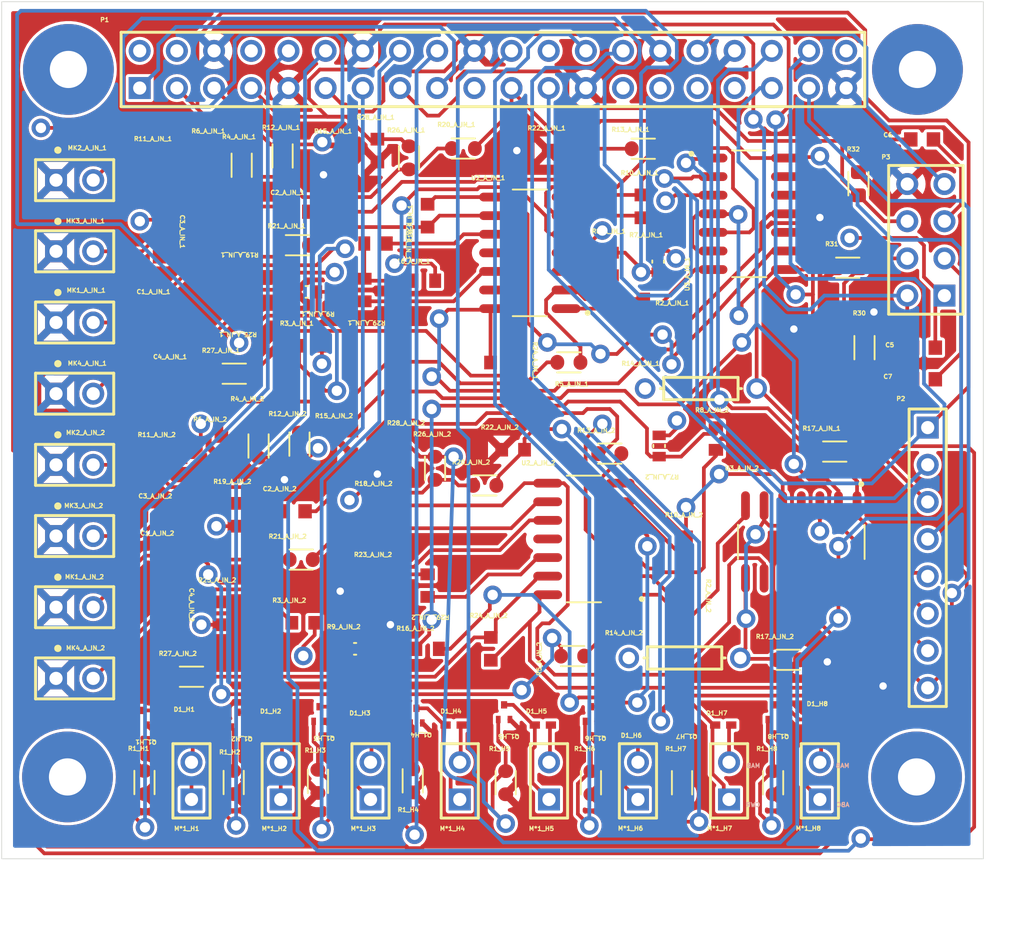
<source format=kicad_pcb>
(kicad_pcb (version 20221018) (generator pcbnew)
  (layers (0 "F.Cu" signal) (1 "In1.Cu" signal) (2 "In2.Cu" signal) (31 "B.Cu" signal) (34 "B.Paste" user) (35 "F.Paste" user) (36 "B.SilkS" user "B.Silkscreen") (37 "F.SilkS" user "F.Silkscreen") (38 "B.Mask" user) (39 "F.Mask" user) (44 "Edge.Cuts" user))
  (net 0 "")
  (net 1 "GPIO_12")
  (net 2 "NetD1_H8_2")
  (net 3 "NetD1_H7_2")
  (net 4 "NetD1_H6_2")
  (net 5 "NetD1_H5_2")
  (net 6 "NetD1_H4_2")
  (net 7 "NetD1_H3_2")
  (net 8 "NetD1_H2_2")
  (net 9 "NetD1_H1_2")
  (net 10 "3.3V")
  (net 11 "GND")
  (net 12 "5V")
  (net 13 "audio_ch_out_0")
  (net 14 "audio_ch_out_1")
  (net 15 "audio_ch_out_2")
  (net 16 "audio_ch_out_3")
  (net 17 "audio_ch_out_6")
  (net 18 "audio_ch_out_7")
  (net 19 "GPIO_1")
  (net 20 "GPIO_7")
  (net 21 "GPIO_8")
  (net 22 "GPIO_14")
  (net 23 "GPIO_21")
  (net 24 "GPIO_23")
  (net 25 "GPIO_24")
  (net 26 "GPIO_25")
  (net 27 "audio_ch_out_4")
  (net 28 "audio_ch_out_5")
  (net 29 "NetC1_A_in_1_1")
  (net 30 "NetC1_A_in_1_2")
  (net 31 "NetC1_A_in_2_1")
  (net 32 "NetC1_A_in_2_2")
  (net 33 "NetC3_A_in_1_1")
  (net 34 "NetC2_A_in_1_2")
  (net 35 "NetC3_A_in_2_1")
  (net 36 "NetC2_A_in_2_2")
  (net 37 "NetC2_A_in_1_1")
  (net 38 "NetC2_A_in_2_1")
  (net 39 "NetC3_A_in_1_2")
  (net 40 "NetC3_A_in_2_2")
  (net 41 "NetC4_A_in_1_1")
  (net 42 "NetC4_A_in_1_2")
  (net 43 "NetC4_A_in_2_1")
  (net 44 "NetC4_A_in_2_2")
  (net 45 "GPIO_0")
  (net 46 "GPIO_10")
  (net 47 "GPIO_11")
  (net 48 "GPIO_5")
  (net 49 "GPIO_6")
  (net 50 "bias_A_in_1")
  (net 51 "bias_A_in_2")
  (net 52 "GPIO_15")
  (net 53 "GPIO_18")
  (net 54 "GPIO_13")
  (net 55 "Button1")
  (net 56 "Button2")
  (net 57 "NetC6_1")
  (net 58 "NetC7_1")
  (net 59 "ch1_+1in_A_in_1")
  (net 60 "ch1_+1in_A_in_2")
  (net 61 "ch2_+2in_A_in_1")
  (net 62 "ch2_+2in_A_in_2")
  (net 63 "ch3_+3in_A_in_1")
  (net 64 "ch3_+3in_A_in_2")
  (net 65 "ch4_+4in_A_in_1")
  (net 66 "ch4_+4in_A_in_2")
  (net 67 "ch1_-1in_A_in_1")
  (net 68 "ch1_-1in_A_in_2")
  (net 69 "ch2_-2in_A_in_1")
  (net 70 "ch2_-2in_A_in_2")
  (net 71 "ch3_-3in_A_in_1")
  (net 72 "ch3_-3in_A_in_2")
  (net 73 "ch4_-4in_A_in_1")
  (net 74 "ch4_-4in_A_in_2")
  (net 75 "ch1_out1_A_in_1")
  (net 76 "ch1_out1_A_in_2")
  (net 77 "ch2_out2_A_in_1")
  (net 78 "ch2_out2_A_in_2")
  (net 79 "ch3_out3_A_in_1")
  (net 80 "ch3_out3_A_in_2")
  (net 81 "ch4_out4_A_in_1")
  (net 82 "ch4_out4_A_in_2")
  (net 83 "audio_ref_A_in_1")
  (net 84 "audio_ref_A_in_2")
  (net 85 "Button0")
  (footprint "X1-DFN1212-3_2" (layer "F.Cu") (at 46.072976 49.031975)
    (fp_text reference "Q1_H7")
    (fp_text value "MOSFET-N" hide)
  )
  (footprint "" (layer "F.Cu") (at 4.5566 4.627771)
    (fp_text reference "")
    (fp_text value "")
  )
  (footprint "RESC1608X50N_1" (layer "F.Cu") (at 57.795 18.171)
    (fp_text reference "R31")
    (fp_text value "CRGS0603J10K" hide)
  )
  (footprint "RESC1508X55N_4" (layer "F.Cu") (at 25.537 16.52)
    (fp_text reference "R23_A_IN_1")
    (fp_text value "1M" hide)
  )
  (footprint "RESC1608X55N_3" (layer "F.Cu") (at 15.377 15.758)
    (fp_text reference "R19_A_IN_1")
    (fp_text value "2.2K" hide)
  )
  (footprint "RESC1608X50N_17" (layer "F.Cu") (at 52.696001 53.353175 90)
    (fp_text reference "R1_H8")
    (fp_text value "1k" hide)
  )
  (footprint "" (layer "F.Cu") (at 62.494 52.956148)
    (fp_text reference "")
    (fp_text value "")
  )
  (footprint "RESC1608X55N_3" (layer "F.Cu") (at 43.825 21.092 90)
    (fp_text reference "R2_A_IN_1")
    (fp_text value "100k" hide)
  )
  (footprint "RESC1608X50N_7" (layer "F.Cu") (at 31.533991 10.030173 180)
    (fp_text reference "R20_A_IN_1")
    (fp_text value "1K" hide)
  )
  (footprint "HDR1X2_1" (layer "F.Cu") (at 55.890025 54.496175 90)
    (fp_text reference "M*1_H8")
    (fp_text value "Haptic Motor" hide)
  )
  (footprint "RESC1608X50N_20" (layer "F.Cu") (at 34.427 53.35 90)
    (fp_text reference "R1_H5")
    (fp_text value "1k" hide)
  )
  (footprint "RESC1508X55N_5" (layer "F.Cu") (at 25.537 40.015 90)
    (fp_text reference "R23_A_IN_2")
    (fp_text value "1M" hide)
  )
  (footprint "RESC1608X50N_8" (layer "F.Cu") (at 56.906 30.731173 180)
    (fp_text reference "R17_A_IN_1")
    (fp_text value "10k" hide)
  )
  (footprint "CAPC1608X87N_4" (layer "F.Cu") (at 20.203 14.348173 180)
    (fp_text reference "C2_A_IN_1")
    (fp_text value "1uF" hide)
  )
  (footprint "HDR2X4_1" (layer "F.Cu") (at 64.399 20.076 90)
    (fp_text reference "P3")
    (fp_text value "Header 4X2" hide)
  )
  (footprint "SOD523_1" (layer "F.Cu") (at 49.286 49.413)
    (fp_text reference "D1_H7")
    (fp_text value "1PS79SB70" hide)
  )
  (footprint "SOD523_1" (layer "F.Cu") (at 43.063 49.54)
    (fp_text reference "D1_H6")
    (fp_text value "1PS79SB70" hide)
  )
  (footprint "RESC1608X50N_10" (layer "F.Cu") (at 20.339906 30.223122 -90)
    (fp_text reference "R12_A_IN_2")
    (fp_text value "1K" hide)
  )
  (footprint "RESC1608X50N_6" (layer "F.Cu") (at 20.203 16.634173)
    (fp_text reference "R21_A_IN_1")
    (fp_text value "1k" hide)
  )
  (footprint "SOIC127P600X175-14N_4" (layer "F.Cu") (at 39.770982 36.700097 180)
    (fp_text reference "U2_A_IN_2")
    (fp_text value "OPA4196ID" hide)
  )
  (footprint "HDR1X2_2" (layer "F.Cu") (at 37.386049 54.496175 90)
    (fp_text reference "M*1_H5")
    (fp_text value "Haptic Motor" hide)
  )
  (footprint "HDR1X2_3" (layer "F.Cu") (at 43.462999 54.496175 90)
    (fp_text reference "M*1_H6")
    (fp_text value "Haptic Motor" hide)
  )
  (footprint "HDR1X2_2" (layer "F.Cu") (at 31.290049 54.496175 90)
    (fp_text reference "M*1_H4")
    (fp_text value "Haptic Motor" hide)
  )
  (footprint "RESC1608X55N_16" (layer "F.Cu") (at 34.935 30.604173)
    (fp_text reference "R22_A_IN_2")
    (fp_text value "2.2K" hide)
  )
  (footprint "RESC1608X55N_17" (layer "F.Cu") (at 25.537 35.189 -90)
    (fp_text reference "R18_A_IN_2")
    (fp_text value "100k" hide)
  )
  (footprint "CAPC1608X87N_5" (layer "F.Cu") (at 11.44 42.174 90)
    (fp_text reference "C4_A_IN_2")
    (fp_text value "1uF" hide)
  )
  (footprint "RESC1608X50N_9" (layer "F.Cu") (at 15.885 25.41)
    (fp_text reference "R27_A_IN_1")
    (fp_text value "1k" hide)
  )
  (footprint "RESC1508X55N_2" (layer "F.Cu") (at 48.788008 29.842046 -90)
    (fp_text reference "R8_A_IN_2")
    (fp_text value "1M" hide)
  )
  (footprint "SOIC127P600X175-14N_2" (layer "F.Cu") (at 51.064 14.488)
    (fp_text reference "U3_A_IN_1")
    (fp_text value "TLC339CD" hide)
  )
  (footprint "CAPC1608X90N_1" (layer "F.Cu") (at 63.002 25.791 180)
    (fp_text reference "C7")
    (fp_text value "06035C104KAT2A" hide)
  )
  (footprint "RESC1608X50N_16" (layer "F.Cu") (at 53.740982 44.955173 180)
    (fp_text reference "R17_A_IN_2")
    (fp_text value "10k" hide)
  )
  (footprint "RESC1608X50N_5" (layer "F.Cu") (at 27.823 10.665173 -90)
    (fp_text reference "R26_A_IN_1")
    (fp_text value "1K" hide)
  )
  (footprint "CAPC1608X87N_6" (layer "F.Cu") (at 11.449982 35.303122 180)
    (fp_text reference "C3_A_IN_2")
    (fp_text value "1uF" hide)
  )
  (footprint "RESC1608X55N_4" (layer "F.Cu") (at 23.632 10.665173 90)
    (fp_text reference "R15_A_IN_1")
    (fp_text value "2.2K" hide)
  )
  (footprint "RESC1608X50N_4" (layer "F.Cu") (at 38.999 44.701173)
    (fp_text reference "R5_A_IN_2")
    (fp_text value "1k" hide)
  )
  (footprint "X1-DFN1212-3_4" (layer "F.Cu") (at 52.334 49.032)
    (fp_text reference "Q1_H8")
    (fp_text value "MOSFET-N" hide)
  )
  (footprint "RESC1608X55N_3" (layer "F.Cu") (at 14.234 10.678 90)
    (fp_text reference "R6_A_IN_1")
    (fp_text value "2.2K" hide)
  )
  (footprint "RESC1608X55N_13" (layer "F.Cu") (at 15.005906 30.477122 90)
    (fp_text reference "R6_A_IN_2")
    (fp_text value "2.2K" hide)
  )
  (footprint "CAPC1608X90N_1" (layer "F.Cu") (at 63.002 23.632 180)
    (fp_text reference "C5")
    (fp_text value "06035C104KAT2A" hide)
  )
  (footprint "RESC1608X50N_2" (layer "F.Cu") (at 58.938 23.632 -90)
    (fp_text reference "R30")
    (fp_text value "CRGS0603J10K" hide)
  )
  (footprint "RESC1608X50N_19" (layer "F.Cu") (at 28.077 53.223 90)
    (fp_text reference "R1_H4")
    (fp_text value "1k" hide)
  )
  (footprint "RESC1608X55N_8" (layer "F.Cu") (at 15.894906 35.049148 -90)
    (fp_text reference "R19_A_IN_2")
    (fp_text value "2.2K" hide)
  )
  (footprint "RESC1608X55N_6" (layer "F.Cu") (at 25.664 10.17 90)
    (fp_text reference "R28_A_IN_1")
    (fp_text value "2.2K" hide)
  )
  (footprint "X1-DFN1212-3_2" (layer "F.Cu") (at 21.308002 49.158975)
    (fp_text reference "Q1_H3")
    (fp_text value "MOSFET-N" hide)
  )
  (footprint "RESC1608X50N_14" (layer "F.Cu") (at 17.545957 30.350122 -90)
    (fp_text reference "R4_A_IN_2")
    (fp_text value "1K" hide)
  )
  (footprint "PIN2_4" (layer "F.Cu") (at 3.711034 36.500605)
    (fp_text reference "MK3_A_IN_2")
    (fp_text value "Mic2" hide)
  )
  (footprint "HDR1X8_1" (layer "F.Cu") (at 63.256 29.093 -90)
    (fp_text reference "P2")
    (fp_text value "Header 8" hide)
  )
  (footprint "RESC1508X55N_6" (layer "F.Cu") (at 29.093 39.888 -90)
    (fp_text reference "R29_A_IN_2")
    (fp_text value "1M" hide)
  )
  (footprint "HDR1X2_2" (layer "F.Cu") (at 25.194049 54.496175 90)
    (fp_text reference "M*1_H3")
    (fp_text value "Haptic Motor" hide)
  )
  (footprint "RESC1608X55N_11" (layer "F.Cu") (at 11.468042 31.112173)
    (fp_text reference "R11_A_IN_2")
    (fp_text value "2.2K" hide)
  )
  (footprint "RESC1508X55N_3" (layer "F.Cu") (at 28.839 19.06)
    (fp_text reference "R16_A_IN_1")
    (fp_text value "1M" hide)
  )
  (footprint "" (layer "F.Cu") (at 4.494014 52.956148)
    (fp_text reference "")
    (fp_text value "")
  )
  (footprint "PIN2_5" (layer "F.Cu") (at 3.711085 46.225148)
    (fp_text reference "MK4_A_IN_2")
    (fp_text value "Mic2" hide)
  )
  (footprint "SOD523_1" (layer "F.Cu") (at 30.871 49.413)
    (fp_text reference "D1_H4")
    (fp_text value "1PS79SB70" hide)
  )
  (footprint "RESC1608X55N_10" (layer "F.Cu") (at 23.886 30.109 90)
    (fp_text reference "R15_A_IN_2")
    (fp_text value "2.2K" hide)
  )
  (footprint "SOD523_1" (layer "F.Cu") (at 56.017 49.032)
    (fp_text reference "D1_H8")
    (fp_text value "1PS79SB70" hide)
  )
  (footprint "RESC1608X50N_3" (layer "F.Cu") (at 38.745 24.635173)
    (fp_text reference "R5_A_IN_1")
    (fp_text value "1k" hide)
  )
  (footprint "RESC1608X50N_17" (layer "F.Cu") (at 15.847002 53.337173 90)
    (fp_text reference "R1_H2")
    (fp_text value "1k" hide)
  )
  (footprint "RESC1608X55N_12" (layer "F.Cu") (at 46.746 41.539 90)
    (fp_text reference "R2_A_IN_2")
    (fp_text value "100k" hide)
  )
  (footprint "AXIAL-0.3_1" (layer "F.Cu") (at 47.762 26.426 180)
    (fp_text reference "R14_A_IN_1")
    (fp_text value "Res1" hide)
  )
  (footprint "HDR1X2_1" (layer "F.Cu") (at 19.060025 54.496175 90)
    (fp_text reference "M*1_H2")
    (fp_text value "Haptic Motor" hide)
  )
  (footprint "RES_ERJ3EKF4703V_2" (layer "F.Cu") (at 24.14 44.206)
    (fp_text reference "R9_A_IN_2")
    (fp_text value "470K" hide)
  )
  (footprint "RES_ERJ3EKF4703V_1" (layer "F.Cu") (at 20.838 19.822)
    (fp_text reference "R9_A_IN_1")
    (fp_text value "470K" hide)
  )
  (footprint "RESC1608X50N_17" (layer "F.Cu") (at 46.473001 53.353175 90)
    (fp_text reference "R1_H7")
    (fp_text value "1k" hide)
  )
  (footprint "RESC1608X50N_10" (layer "F.Cu") (at 29.601 31.874173 -90)
    (fp_text reference "R26_A_IN_2")
    (fp_text value "1K" hide)
  )
  (footprint "RESC1608X50N_11" (layer "F.Cu") (at 32.999469 33.041201 180)
    (fp_text reference "R20_A_IN_2")
    (fp_text value "1K" hide)
  )
  (footprint "SOD523_1" (layer "F.Cu") (at 24.775 49.413)
    (fp_text reference "D1_H3")
    (fp_text value "1PS79SB70" hide)
  )
  (footprint "CAPC1608X87N_1" (layer "F.Cu") (at 10.805 16.647 90)
    (fp_text reference "C3_A_IN_1")
    (fp_text value "1uF" hide)
  )
  (footprint "RESC1608X50N_18" (layer "F.Cu") (at 21.601422 53.259932 90)
    (fp_text reference "R1_H3")
    (fp_text value "1k" hide)
  )
  (footprint "RESC1608X55N_5" (layer "F.Cu") (at 29.093 14.615 -90)
    (fp_text reference "R18_A_IN_1")
    (fp_text value "100k" hide)
  )
  (footprint "HDR2X20_1" (layer "F.Cu") (at 9.426593 5.897771)
    (fp_text reference "P1")
    (fp_text value "Header 20X2" hide)
  )
  (footprint "HDR1X2_3" (layer "F.Cu") (at 49.685999 54.496175 90)
    (fp_text reference "M*1_H7")
    (fp_text value "Haptic Motor" hide)
  )
  (footprint "AXIAL-0.3_2" (layer "F.Cu") (at 46.647016 44.828122 180)
    (fp_text reference "R14_A_IN_2")
    (fp_text value "Res1" hide)
  )
  (footprint "CAPC1608X87N_2" (layer "F.Cu") (at 11.595016 37.843173 180)
    (fp_text reference "C1_A_IN_2")
    (fp_text value "1uF" hide)
  )
  (footprint "RESC1608X55N_1" (layer "F.Cu") (at 10.932 10.551)
    (fp_text reference "R11_A_IN_1")
    (fp_text value "2.2K" hide)
  )
  (footprint "RESC1608X55N_1" (layer "F.Cu") (at 21.092 23.505)
    (fp_text reference "R3_A_IN_1")
    (fp_text value "2.2K" hide)
  )
  (footprint "RESC1608X55N_9" (layer "F.Cu") (at 46.746 37.335173 -90)
    (fp_text reference "R10_A_IN_2")
    (fp_text value "100k" hide)
  )
  (footprint "RESC1608X50N_12" (layer "F.Cu") (at 41.539 30.871)
    (fp_text reference "R13_A_IN_2")
    (fp_text value "1k" hide)
  )
  (footprint "PIN2_6" (layer "F.Cu") (at 3.711034 31.638309)
    (fp_text reference "MK2_A_IN_2")
    (fp_text value "Mic2" hide)
  )
  (footprint "RESC1608X55N_2" (layer "F.Cu") (at 20.602034 42.428025)
    (fp_text reference "R3_A_IN_2")
    (fp_text value "2.2K" hide)
  )
  (footprint "RESC1608X50N_17" (layer "F.Cu") (at 9.751002 53.337173 90)
    (fp_text reference "R1_H1")
    (fp_text value "1k" hide)
  )
  (footprint "RESC1608X50N_5" (layer "F.Cu") (at 16.393 11.173173 -90)
    (fp_text reference "R4_A_IN_1")
    (fp_text value "1K" hide)
  )
  (footprint "RESC1608X50N_5" (layer "F.Cu") (at 19.187 10.538173 -90)
    (fp_text reference "R12_A_IN_1")
    (fp_text value "1K" hide)
  )
  (footprint "HDR1X2_1" (layer "F.Cu") (at 12.964025 54.496175 90)
    (fp_text reference "M*1_H1")
    (fp_text value "Haptic Motor" hide)
  )
  (footprint "RESC1508X55N_7" (layer "F.Cu") (at 29.093 44.206)
    (fp_text reference "R16_A_IN_2")
    (fp_text value "1M" hide)
  )
  (footprint "SOD523_1" (layer "F.Cu") (at 18.679 49.413)
    (fp_text reference "D1_H2")
    (fp_text value "1PS79SB70" hide)
  )
  (footprint "X1-DFN1212-3_1" (layer "F.Cu") (at 9.154 49.413)
    (fp_text reference "Q1_H1")
    (fp_text value "MOSFET-N" hide)
  )
  (footprint "X1-DFN1212-3_2" (layer "F.Cu") (at 39.849976 49.158975)
    (fp_text reference "Q1_H6")
    (fp_text value "MOSFET-N" hide)
  )
  (footprint "PIN2_2" (layer "F.Cu") (at 3.711034 41.362876)
    (fp_text reference "MK1_A_IN_2")
    (fp_text value "Mic2" hide)
  )
  (footprint "PIN2_1" (layer "F.Cu") (at 3.711034 21.913741)
    (fp_text reference "MK1_A_IN_1")
    (fp_text value "Mic2" hide)
  )
  (footprint "PIN2_3" (layer "F.Cu") (at 3.711034 26.776012)
    (fp_text reference "MK4_A_IN_1")
    (fp_text value "Mic2" hide)
  )
  (footprint "RESC1608X50N_13" (layer "F.Cu") (at 20.457 38.11)
    (fp_text reference "R21_A_IN_2")
    (fp_text value "1k" hide)
  )
  (footprint "SOD523_1" (layer "F.Cu") (at 12.583 49.413)
    (fp_text reference "D1_H1")
    (fp_text value "1PS79SB70" hide)
  )
  (footprint "RESC1608X55N_5" (layer "F.Cu") (at 43.698 13.98 -90)
    (fp_text reference "R10_A_IN_1")
    (fp_text value "100k" hide)
  )
  (footprint "RESC1608X55N_3" (layer "F.Cu") (at 16.012 20.457 90)
    (fp_text reference "R25_A_IN_1")
    (fp_text value "2.2K" hide)
  )
  (footprint "X1-DFN1212-3_3" (layer "F.Cu") (at 33.919 49.032)
    (fp_text reference "Q1_H5")
    (fp_text value "MOSFET-N" hide)
  )
  (footprint "X1-DFN1212-3_2" (layer "F.Cu") (at 27.931026 49.270023)
    (fp_text reference "Q1_H4")
    (fp_text value "MOSFET-N" hide)
  )
  (footprint "CAPC1608X90N_1" (layer "F.Cu") (at 62.875 9.408 180)
    (fp_text reference "C6")
    (fp_text value "06035C104KAT2A" hide)
  )
  (footprint "CAPC1608X87N_3" (layer "F.Cu") (at 12.456 25.791 180)
    (fp_text reference "C4_A_IN_1")
    (fp_text value "1uF" hide)
  )
  (footprint "SOIC127P600X175-14N_1" (layer "F.Cu") (at 36.078 17.155 180)
    (fp_text reference "U2_A_IN_1")
    (fp_text value "OPA4196ID" hide)
  )
  (footprint "RESC1608X50N_9" (layer "F.Cu") (at 43.825 10.043)
    (fp_text reference "R13_A_IN_1")
    (fp_text value "1k" hide)
  )
  (footprint "CAPC1608X87N_1" (layer "F.Cu") (at 11.313 21.346 180)
    (fp_text reference "C1_A_IN_1")
    (fp_text value "1uF" hide)
  )
  (footprint "RESC1608X55N_3" (layer "F.Cu") (at 33.411 44.206 90)
    (fp_text reference "R24_A_IN_2")
    (fp_text value "100k" hide)
  )
  (footprint "RES_ERJ3EKF4703V_1" (layer "F.Cu") (at 44.841 17.753018 90)
    (fp_text reference "R7_A_IN_1")
    (fp_text value "470K" hide)
  )
  (footprint "RESC1608X55N_15" (layer "F.Cu") (at 14.869 41.780173 -90)
    (fp_text reference "R25_A_IN_2")
    (fp_text value "2.2K" hide)
  )
  (footprint "RESC1608X50N_1" (layer "F.Cu") (at 58.525098 12.433521 -90)
    (fp_text reference "R32")
    (fp_text value "CRGS0603J10K" hide)
  )
  (footprint "RESC1608X55N_7" (layer "F.Cu") (at 34.173 24.648)
    (fp_text reference "R24_A_IN_1")
    (fp_text value "100k" hide)
  )
  (footprint "CAPC1608X87N_6" (layer "F.Cu") (at 19.949 34.808 180)
    (fp_text reference "C2_A_IN_2")
    (fp_text value "1uF" hide)
  )
  (footprint "PIN2_4" (layer "F.Cu") (at 3.711034 12.189198)
    (fp_text reference "MK2_A_IN_1")
    (fp_text value "Mic2" hide)
  )
  (footprint "RESC1608X55N_14" (layer "F.Cu") (at 27.315 30.617 90)
    (fp_text reference "R28_A_IN_2")
    (fp_text value "2.2K" hide)
  )
  (footprint "RESC1608X55N_3" (layer "F.Cu") (at 38.11 10.17)
    (fp_text reference "R22_A_IN_1")
    (fp_text value "2.2K" hide)
  )
  (footprint "SOD523_1" (layer "F.Cu") (at 36.967 49.413)
    (fp_text reference "D1_H5")
    (fp_text value "1PS79SB70" hide)
  )
  (footprint "X1-DFN1212-3_2" (layer "F.Cu") (at 15.720002 49.539975)
    (fp_text reference "Q1_H2")
    (fp_text value "MOSFET-N" hide)
  )
  (footprint "RESC1608X50N_15" (layer "F.Cu") (at 12.964 46.111)
    (fp_text reference "R27_A_IN_2")
    (fp_text value "1k" hide)
  )
  (footprint "PIN2_2" (layer "F.Cu") (at 3.711034 17.05147)
    (fp_text reference "MK3_A_IN_1")
    (fp_text value "Mic2" hide)
  )
  (footprint "RESC1508X55N_1" (layer "F.Cu") (at 41.666 17.917 -90)
    (fp_text reference "R8_A_IN_1")
    (fp_text value "1M" hide)
  )
  (footprint "" (layer "F.Cu") (at 62.556586 4.627771)
    (fp_text reference "")
    (fp_text value "")
  )
  (footprint "RES_ERJ3EKF4703V_3" (layer "F.Cu") (at 44.911993 30.350122 90)
    (fp_text reference "R7_A_IN_2")
    (fp_text value "470K" hide)
  )
  (footprint "SOIC127P600X175-14N_3" (layer "F.Cu") (at 54.62 36.902001 -90)
    (fp_text reference "U3_A_IN_2")
    (fp_text value "TLC339CD" hide)
  )
  (footprint "RESC1508X55N_3" (layer "F.Cu") (at 24.775 19.695 -90)
    (fp_text reference "R29_A_IN_1")
    (fp_text value "1M" hide)
  )
  (footprint "RESC1608X50N_21" (layer "F.Cu") (at 40.250001 53.3532 90)
    (fp_text reference "R1_H6")
    (fp_text value "1k" hide)
  )
  (gr_arc (start 31.001086 53.049638) (mid 30.382002 52.630487) (end 30.159676 51.916678) (stroke (width 0.254)) (layer "B.Cu"))
  (gr_arc (start 31.973806 51.055266) (mid 32.396294 51.721) (end 32.28111 52.501019) (stroke (width 0.254)) (layer "B.Cu"))
  (gr_arc (start 32.408017 52.857065) (mid 32.265115 52.707267) (end 32.281178 52.500863) (stroke (width 0.254)) (layer "B.Cu"))
  (gr_rect (start 0 0) (end 67.056 58.547) (stroke (width 0.05)) (fill none) (layer "Edge.Cuts"))
  (gr_text "MAB" (at 57.9474 52.3594) (layer "B.SilkS") (effects (font (size 0.288809 0.303778) (thickness 0.1016)) (justify left bottom mirror)))
  (gr_text "ABC" (at 57.9474 55.0264) (layer "B.SilkS") (effects (font (size 0.288809 0.303778) (thickness 0.1016)) (justify left bottom mirror)))
  (gr_text "MAB" (at 51.8514 52.3594) (layer "B.SilkS") (effects (font (size 0.288809 0.303778) (thickness 0.1016)) (justify left bottom mirror)))
  (gr_text "CWR" (at 51.8514 55.0264) (layer "B.SilkS") (effects (font (size 0.288809 0.303778) (thickness 0.1016)) (justify left bottom mirror)))
  (segment (start 47.526593 3.357771) (end 48.657604 2.22676) (width 0.254) (layer "B.Cu") (net 1))
  (segment (start 58.15507 2.22676) (end 59.075566 3.147306) (width 0.254) (layer "B.Cu") (net 1))
  (segment (start 48.657604 2.22676) (end 58.15507 2.22676) (width 0.254) (layer "B.Cu") (net 1))
  (segment (start 59.075566 7.132566) (end 64.399 12.456) (width 0.254) (layer "B.Cu") (net 1))
  (segment (start 59.075566 7.132566) (end 59.075566 3.147306) (width 0.254) (layer "B.Cu") (net 1))
  (segment (start 54.758989 53.365138) (end 55.89 54.49615) (width 0.254) (layer "F.Cu") (net 2))
  (segment (start 54.758989 53.365138) (end 54.758989 51.143807) (width 0.254) (layer "F.Cu") (net 2))
  (segment (start 53.468974 48.032002) (end 54.468972 49.032) (width 0.254) (layer "F.Cu") (net 2))
  (segment (start 55.466988 50.435807) (end 55.466988 49.032) (width 0.254) (layer "F.Cu") (net 2))
  (segment (start 52.733999 48.032002) (end 53.468974 48.032002) (width 0.254) (layer "F.Cu") (net 2))
  (segment (start 54.468972 49.032) (end 55.466988 49.032) (width 0.254) (layer "F.Cu") (net 2))
  (segment (start 54.758989 51.143807) (end 55.466988 50.435807) (width 0.254) (layer "F.Cu") (net 2))
  (segment (start 47.127 48.031951) (end 47.254914 48.031951) (width 0.254) (layer "F.Cu") (net 3))
  (segment (start 49.322932 54.133082) (end 49.685999 54.49615) (width 0.254) (layer "F.Cu") (net 3))
  (segment (start 48.554988 52.745988) (end 49.322932 53.513932) (width 0.254) (layer "F.Cu") (net 3))
  (segment (start 48.554988 49.493975) (end 48.635963 49.413) (width 0.254) (layer "F.Cu") (net 3))
  (segment (start 48.554988 52.745988) (end 48.554988 49.493975) (width 0.254) (layer "F.Cu") (net 3))
  (segment (start 49.322932 54.133082) (end 49.322932 53.513932) (width 0.254) (layer "F.Cu") (net 3))
  (segment (start 46.47295 48.031951) (end 47.127 48.031951) (width 0.254) (layer "F.Cu") (net 3))
  (segment (start 47.25494 48.031951) (end 48.635989 49.413) (width 0.254) (layer "F.Cu") (net 3))
  (segment (start 48.635989 49.413) (end 48.735988 49.413) (width 0.254) (layer "F.Cu") (net 3))
  (segment (start 40.24995 48.158951) (end 41.031914 48.158951) (width 0.254) (layer "F.Cu") (net 4))
  (segment (start 42.331988 51.134307) (end 42.512988 50.953307) (width 0.254) (layer "F.Cu") (net 4))
  (segment (start 41.031914 48.158951) (end 42.412963 49.54) (width 0.254) (layer "F.Cu") (net 4))
  (segment (start 42.331988 53.365138) (end 42.331988 51.134307) (width 0.254) (layer "F.Cu") (net 4))
  (segment (start 42.331988 53.365138) (end 43.462999 54.49615) (width 0.254) (layer "F.Cu") (net 4))
  (segment (start 42.512988 50.953307) (end 42.512988 49.54) (width 0.254) (layer "F.Cu") (net 4))
  (segment (start 42.412963 49.54) (end 42.512988 49.54) (width 0.254) (layer "F.Cu") (net 4))
  (segment (start 36.416988 50.899306) (end 36.416988 49.413) (width 0.254) (layer "F.Cu") (net 5))
  (segment (start 34.935965 48.031951) (end 36.316963 49.413) (width 0.254) (layer "F.Cu") (net 5))
  (segment (start 36.254987 51.061308) (end 36.416988 50.899306) (width 0.254) (layer "F.Cu") (net 5))
  (segment (start 36.254987 53.365138) (end 37.385998 54.49615) (width 0.254) (layer "F.Cu") (net 5))
  (segment (start 36.316963 49.413) (end 36.416988 49.413) (width 0.254) (layer "F.Cu") (net 5))
  (segment (start 36.254987 53.365138) (end 36.254987 51.061308) (width 0.254) (layer "F.Cu") (net 5))
  (segment (start 34.318999 48.031951) (end 34.935965 48.031951) (width 0.254) (layer "F.Cu") (net 5))
  (segment (start 30.220963 49.413) (end 30.282025 49.413) (width 0.254) (layer "F.Cu") (net 6))
  (segment (start 30.158987 52.424627) (end 30.158987 49.535987) (width 0.254) (layer "F.Cu") (net 6))
  (segment (start 30.282025 49.413) (end 30.320988 49.413) (width 0.254) (layer "F.Cu") (net 6))
  (segment (start 30.158987 52.424627) (end 30.666987 52.932627) (width 0.254) (layer "F.Cu") (net 6))
  (segment (start 28.331 48.27) (end 29.077963 48.27) (width 0.254) (layer "F.Cu") (net 6))
  (segment (start 29.077963 48.27) (end 30.220963 49.413) (width 0.254) (layer "F.Cu") (net 6))
  (segment (start 30.666987 53.873138) (end 31.289998 54.49615) (width 0.254) (layer "F.Cu") (net 6))
  (segment (start 30.158987 49.535987) (end 30.282025 49.413) (width 0.254) (layer "F.Cu") (net 6))
  (segment (start 30.666987 53.873138) (end 30.666987 52.932627) (width 0.254) (layer "F.Cu") (net 6))
  (segment (start 24.062987 53.365138) (end 25.193998 54.49615) (width 0.254) (layer "F.Cu") (net 7))
  (segment (start 21.708001 48.158951) (end 22.870914 48.158951) (width 0.254) (layer "F.Cu") (net 7))
  (segment (start 24.062987 49.535987) (end 24.186025 49.413) (width 0.254) (layer "F.Cu") (net 7))
  (segment (start 24.186025 49.413) (end 24.224988 49.413) (width 0.254) (layer "F.Cu") (net 7))
  (segment (start 22.870914 48.158951) (end 24.124963 49.413) (width 0.254) (layer "F.Cu") (net 7))
  (segment (start 24.124963 49.413) (end 24.186025 49.413) (width 0.254) (layer "F.Cu") (net 7))
  (segment (start 24.062987 53.365138) (end 24.062987 49.535987) (width 0.254) (layer "F.Cu") (net 7))
  (segment (start 17.05594 48.539951) (end 17.928989 49.413) (width 0.254) (layer "F.Cu") (net 8))
  (segment (start 17.928989 52.424627) (end 18.591522 53.087161) (width 0.254) (layer "F.Cu") (net 8))
  (segment (start 17.954389 49.413) (end 18.028963 49.413) (width 0.254) (layer "F.Cu") (net 8))
  (segment (start 17.928989 49.512974) (end 18.028963 49.413) (width 0.254) (layer "F.Cu") (net 8))
  (segment (start 16.120001 48.539951) (end 17.03054 48.539951) (width 0.254) (layer "F.Cu") (net 8))
  (segment (start 18.782022 53.087161) (end 19.06 53.365138) (width 0.254) (layer "F.Cu") (net 8))
  (segment (start 18.591522 53.087161) (end 18.782022 53.087161) (width 0.254) (layer "F.Cu") (net 8))
  (segment (start 17.928989 52.424627) (end 17.928989 49.512974) (width 0.254) (layer "F.Cu") (net 8))
  (segment (start 19.06 54.49615) (end 19.06 53.365138) (width 0.254) (layer "F.Cu") (net 8))
  (segment (start 18.028963 49.413) (end 18.128988 49.413) (width 0.254) (layer "F.Cu") (net 8))
  (segment (start 10.932965 48.412951) (end 11.932963 49.413) (width 0.254) (layer "F.Cu") (net 9))
  (segment (start 11.832989 52.424627) (end 12.495522 53.087161) (width 0.254) (layer "F.Cu") (net 9))
  (segment (start 9.553999 48.412951) (end 10.932965 48.412951) (width 0.254) (layer "F.Cu") (net 9))
  (segment (start 12.495522 53.087161) (end 12.686022 53.087161) (width 0.254) (layer "F.Cu") (net 9))
  (segment (start 12.032988 50.880307) (end 12.032988 49.413) (width 0.254) (layer "F.Cu") (net 9))
  (segment (start 11.832989 52.424627) (end 11.832989 51.080307) (width 0.254) (layer "F.Cu") (net 9))
  (segment (start 12.686022 53.087161) (end 12.964 53.365138) (width 0.254) (layer "F.Cu") (net 9))
  (segment (start 12.964 54.49615) (end 12.964 53.365138) (width 0.254) (layer "F.Cu") (net 9))
  (segment (start 11.832989 51.080307) (end 12.032988 50.880307) (width 0.254) (layer "F.Cu") (net 9))
  (segment (start 11.932963 49.413) (end 12.032988 49.413) (width 0.254) (layer "F.Cu") (net 9))
  (segment (start 11.903804 1.71876) (end 29.96356 1.71876) (width 0.254) (layer "B.Cu") (net 10))
  (segment (start 10.691564 2.931) (end 11.903804 1.71876) (width 0.254) (layer "B.Cu") (net 10))
  (segment (start 10.691564 4.6328) (end 10.691564 2.931) (width 0.254) (layer "B.Cu") (net 10))
  (segment (start 9.426593 5.897771) (end 10.691564 4.6328) (width 0.254) (layer "B.Cu") (net 10))
  (segment (start 30.8964 4.747964) (end 30.8964 2.6516) (width 0.254) (layer "B.Cu") (net 10))
  (segment (start 29.746593 5.897771) (end 30.8964 4.747964) (width 0.254) (layer "B.Cu") (net 10))
  (segment (start 29.96356 1.71876) (end 30.8964 2.6516) (width 0.254) (layer "B.Cu") (net 10))
  (segment (start 42.428 57.287) (end 53.008827 57.287) (width 0.254) (layer "F.Cu") (net 11))
  (segment (start 40.65 57.287) (end 41.158 56.779) (width 0.254) (layer "F.Cu") (net 11))
  (segment (start 38.999 57.033) (end 39.467147 57.033) (width 0.254) (layer "F.Cu") (net 11))
  (segment (start 26.426 56.652) (end 26.513147 56.652) (width 0.254) (layer "F.Cu") (net 11))
  (segment (start 8.138 57.16) (end 8.392 57.414) (width 0.254) (layer "F.Cu") (net 11))
  (segment (start 29.22 57.326827) (end 29.22 57.287) (width 0.254) (layer "F.Cu") (net 11))
  (segment (start 21.346 57.541) (end 22.274827 57.541) (width 0.254) (layer "F.Cu") (net 11))
  (segment (start 28.726453 57.8204) (end 29.22 57.326827) (width 0.254) (layer "F.Cu") (net 11))
  (segment (start 39.467147 57.033) (end 39.721147 57.287) (width 0.254) (layer "F.Cu") (net 11))
  (segment (start 16.432827 57.287) (end 16.559827 57.16) (width 0.254) (layer "F.Cu") (net 11))
  (segment (start 10.594586 57.033) (end 11.44 57.033) (width 0.254) (layer "F.Cu") (net 11))
  (segment (start 20.965 57.16) (end 21.346 57.541) (width 0.254) (layer "F.Cu") (net 11))
  (segment (start 22.274827 57.541) (end 22.909827 56.906) (width 0.254) (layer "F.Cu") (net 11))
  (segment (start 42.047 56.906) (end 42.428 57.287) (width 0.254) (layer "F.Cu") (net 11))
  (segment (start 16.559827 57.16) (end 17.409 57.16) (width 0.254) (layer "F.Cu") (net 11))
  (segment (start 27.681547 57.8204) (end 28.726453 57.8204) (width 0.254) (layer "F.Cu") (net 11))
  (segment (start 39.721147 57.287) (end 40.65 57.287) (width 0.254) (layer "F.Cu") (net 11))
  (segment (start 53.389827 56.906) (end 53.731 56.906) (width 0.254) (layer "F.Cu") (net 11))
  (segment (start 22.909827 56.906) (end 22.997 56.906) (width 0.254) (layer "F.Cu") (net 11))
  (segment (start 8.392 57.414) (end 10.213586 57.414) (width 0.254) (layer "F.Cu") (net 11))
  (segment (start 11.694 57.287) (end 16.432827 57.287) (width 0.254) (layer "F.Cu") (net 11))
  (segment (start 26.513147 56.652) (end 27.681547 57.8204) (width 0.254) (layer "F.Cu") (net 11))
  (segment (start 10.213586 57.414) (end 10.594586 57.033) (width 0.254) (layer "F.Cu") (net 11))
  (segment (start 11.44 57.033) (end 11.694 57.287) (width 0.254) (layer "F.Cu") (net 11))
  (segment (start 53.008827 57.287) (end 53.389827 56.906) (width 0.254) (layer "F.Cu") (net 11))
  (segment (start 29.22 57.287) (end 29.601 56.906) (width 0.254) (layer "F.Cu") (net 11))
  (via (at 25.664 32.268) (size 1.27) (drill 0.508) (layers "F.Cu" "B.Cu") (net 11))
  (via (at 59.581814 21.196013) (size 1.27) (drill 0.508) (layers "F.Cu" "B.Cu") (net 11))
  (via (at 56.398 45.095) (size 1.27) (drill 0.508) (layers "F.Cu" "B.Cu") (net 11))
  (via (at 26.553 42.555) (size 1.27) (drill 0.508) (layers "F.Cu" "B.Cu") (net 11))
  (via (at 55.89 14.742) (size 1.27) (drill 0.508) (layers "F.Cu" "B.Cu") (net 11))
  (via (at 54.112 22.362) (size 1.27) (drill 0.508) (layers "F.Cu" "B.Cu") (net 11))
  (via (at 21.981 11.821) (size 1.27) (drill 0.508) (layers "F.Cu" "B.Cu") (net 11))
  (via (at 23.124 40.269) (size 1.27) (drill 0.508) (layers "F.Cu" "B.Cu") (net 11))
  (via (at 19.314 32.649) (size 1.27) (drill 0.508) (layers "F.Cu" "B.Cu") (net 11))
  (via (at 35.189 10.17) (size 1.27) (drill 0.508) (layers "F.Cu" "B.Cu") (net 11))
  (via (at 60.208 46.746) (size 1.27) (drill 0.508) (layers "F.Cu" "B.Cu") (net 11))
  (segment (start 21.103989 31.013088) (end 21.611989 30.505088) (width 0.254) (layer "F.Cu") (net 12))
  (segment (start 63.777005 23.632) (end 63.777005 19.581005) (width 0.254) (layer "F.Cu") (net 12))
  (segment (start 27.096382 11.464003) (end 27.814135 11.464003) (width 0.254) (layer "F.Cu") (net 12))
  (segment (start 40.904 28.839) (end 41.031 28.839) (width 0.254) (layer "F.Cu") (net 12))
  (segment (start 17.545957 31.140088) (end 18.867112 31.140088) (width 0.254) (layer "F.Cu") (net 12))
  (segment (start 12.248025 31.112097) (end 13.091 31.112097) (width 0.254) (layer "F.Cu") (net 12))
  (segment (start 19.06 51.95615) (end 19.144531 51.871618) (width 0.254) (layer "F.Cu") (net 12))
  (segment (start 13.091 31.112097) (end 13.599 30.604097) (width 0.254) (layer "F.Cu") (net 12))
  (segment (start 37.385998 51.95615) (end 37.45153 51.890618) (width 0.254) (layer "F.Cu") (net 12))
  (segment (start 40.015 17.154949) (end 40.3706 16.799349) (width 0.254) (layer "F.Cu") (net 12))
  (segment (start 16.156983 15.758) (end 16.156983 15.166383) (width 0.254) (layer "F.Cu") (net 12))
  (segment (start 9.535 14.8944) (end 15.885 14.8944) (width 0.254) (layer "F.Cu") (net 12))
  (segment (start 40.3706 16.799349) (end 40.3706 16.2914) (width 0.254) (layer "F.Cu") (net 12))
  (segment (start 25.215385 13.345) (end 27.096382 11.464003) (width 0.254) (layer "F.Cu") (net 12))
  (segment (start 43.462999 51.95615) (end 43.462999 49.662987) (width 0.254) (layer "F.Cu") (net 12))
  (segment (start 49.685999 49.535987) (end 49.808986 49.413) (width 0.254) (layer "F.Cu") (net 12))
  (segment (start 19.786872 18.507906) (end 22.711402 18.507906) (width 0.254) (layer "F.Cu") (net 12))
  (segment (start 29.773009 10.030148) (end 30.744 10.030148) (width 0.254) (layer "F.Cu") (net 12))
  (segment (start 39.888 36.065097) (end 40.523 36.700097) (width 0.254) (layer "F.Cu") (net 12))
  (segment (start 19.144531 49.49748) (end 19.229012 49.413) (width 0.254) (layer "F.Cu") (net 12))
  (segment (start 55.89 51.95615) (end 55.974988 51.871161) (width 0.254) (layer "F.Cu") (net 12))
  (segment (start 63.002 18.806) (end 63.777005 19.581005) (width 0.254) (layer "F.Cu") (net 12))
  (segment (start 63.002 18.806) (end 63.002 16.647) (width 0.254) (layer "F.Cu") (net 12))
  (segment (start 11.711983 10.619783) (end 11.711983 10.550949) (width 0.254) (layer "F.Cu") (net 12))
  (segment (start 57.922 16.139) (end 62.494 16.139) (width 0.254) (layer "F.Cu") (net 12))
  (segment (start 27.814135 11.464003) (end 27.823 11.455138) (width 0.254) (layer "F.Cu") (net 12))
  (segment (start 19.187 11.963138) (end 20.568862 13.345) (width 0.254) (layer "F.Cu") (net 12))
  (segment (start 32.36706 33.041125) (end 32.36706 32.636097) (width 0.254) (layer "F.Cu") (net 12))
  (segment (start 13.641977 42.560131) (end 14.869 42.560131) (width 0.254) (layer "F.Cu") (net 12))
  (segment (start 28.348018 11.455138) (end 29.773009 10.030148) (width 0.254) (layer "F.Cu") (net 12))
  (segment (start 46.00493 13.218) (end 48.589024 13.218) (width 0.254) (layer "F.Cu") (net 12))
  (segment (start 15.25 12.2782) (end 15.565062 11.963138) (width 0.254) (layer "F.Cu") (net 12))
  (segment (start 49.685999 51.95615) (end 49.685999 49.535987) (width 0.254) (layer "F.Cu") (net 12))
  (segment (start 37.45153 49.478481) (end 37.517012 49.413) (width 0.254) (layer "F.Cu") (net 12))
  (segment (start 43.462999 49.662987) (end 43.585986 49.54) (width 0.254) (layer "F.Cu") (net 12))
  (segment (start 55.974988 50.529025) (end 56.567012 49.937002) (width 0.254) (layer "F.Cu") (net 12))
  (segment (start 44.912018 29.62513) (end 45.616056 29.62513) (width 0.254) (layer "F.Cu") (net 12))
  (segment (start 11.059 8.6206) (end 11.711983 9.273583) (width 0.254) (layer "F.Cu") (net 12))
  (segment (start 45.62393 13.599) (end 46.00493 13.218) (width 0.254) (layer "F.Cu") (net 12))
  (segment (start 16.012 19.677017) (end 18.617761 19.677017) (width 0.254) (layer "F.Cu") (net 12))
  (segment (start 31.289998 51.95615) (end 31.35553 51.890618) (width 0.254) (layer "F.Cu") (net 12))
  (segment (start 13.3704 12.2782) (end 15.25 12.2782) (width 0.254) (layer "F.Cu") (net 12))
  (segment (start 13.048531 51.871618) (end 13.048531 49.49748) (width 0.254) (layer "F.Cu") (net 12))
  (segment (start 27.823 11.455138) (end 28.348018 11.455138) (width 0.254) (layer "F.Cu") (net 12))
  (segment (start 39.888 29.855) (end 40.904 28.839) (width 0.254) (layer "F.Cu") (net 12))
  (segment (start 29.601051 32.664138) (end 30.82241 32.664138) (width 0.254) (layer "F.Cu") (net 12))
  (segment (start 2.677 8.6206) (end 11.059 8.6206) (width 0.254) (layer "F.Cu") (net 12))
  (segment (start 31.199422 33.041125) (end 32.209529 33.041125) (width 0.254) (layer "F.Cu") (net 12))
  (segment (start 45.545037 17.028) (end 46.053037 17.536) (width 0.254) (layer "F.Cu") (net 12))
  (segment (start 19.144531 51.871618) (end 19.144531 49.49748) (width 0.254) (layer "F.Cu") (net 12))
  (segment (start 14.667934 35.82908) (end 15.894957 35.82908) (width 0.254) (layer "F.Cu") (net 12))
  (segment (start 55.89 36.174012) (end 55.89 34.427) (width 0.254) (layer "F.Cu") (net 12))
  (segment (start 9.4334 14.996) (end 9.535 14.8944) (width 0.254) (layer "F.Cu") (net 12))
  (segment (start 56.567012 49.937002) (end 56.567012 49.032) (width 0.254) (layer "F.Cu") (net 12))
  (segment (start 11.711983 10.619783) (end 13.3704 12.2782) (width 0.254) (layer "F.Cu") (net 12))
  (segment (start 37.45153 51.890618) (end 37.45153 49.478481) (width 0.254) (layer "F.Cu") (net 12))
  (segment (start 43.585986 49.54) (end 43.613012 49.54) (width 0.254) (layer "F.Cu") (net 12))
  (segment (start 25.25953 49.478481) (end 25.325012 49.413) (width 0.254) (layer "F.Cu") (net 12))
  (segment (start 31.35553 51.890618) (end 31.35553 49.478481) (width 0.254) (layer "F.Cu") (net 12))
  (segment (start 11.711983 10.550949) (end 11.711983 9.273583) (width 0.254) (layer "F.Cu") (net 12))
  (segment (start 18.867112 31.140088) (end 18.994112 31.013088) (width 0.254) (layer "F.Cu") (net 12))
  (segment (start 39.888 36.065097) (end 39.888 29.855) (width 0.254) (layer "F.Cu") (net 12))
  (segment (start 15.885 14.8944) (end 16.156983 15.166383) (width 0.254) (layer "F.Cu") (net 12))
  (segment (start 40.523 36.700097) (end 42.245984 36.700097) (width 0.254) (layer "F.Cu") (net 12))
  (segment (start 44.841 17.028) (end 45.545037 17.028) (width 0.254) (layer "F.Cu") (net 12))
  (segment (start 25.25953 51.890618) (end 25.25953 49.478481) (width 0.254) (layer "F.Cu") (net 12))
  (segment (start 20.339957 31.013088) (end 21.103989 31.013088) (width 0.254) (layer "F.Cu") (net 12))
  (segment (start 13.599 30.604097) (end 13.599 28.839) (width 0.254) (layer "F.Cu") (net 12))
  (segment (start 12.964 51.95615) (end 13.048531 51.871618) (width 0.254) (layer "F.Cu") (net 12))
  (segment (start 22.711402 18.507906) (end 22.743508 18.4758) (width 0.254) (layer "F.Cu") (net 12))
  (segment (start 19.187 11.963138) (end 19.187 11.328138) (width 0.254) (layer "F.Cu") (net 12))
  (segment (start 20.568862 13.345) (end 25.215385 13.345) (width 0.254) (layer "F.Cu") (net 12))
  (segment (start 23.907793 34.046) (end 24.415793 33.538) (width 0.254) (layer "F.Cu") (net 12))
  (segment (start 21.382017 43.263152) (end 21.382017 42.428) (width 0.254) (layer "F.Cu") (net 12))
  (segment (start 20.601983 44.689108) (end 20.601983 44.043186) (width 0.254) (layer "F.Cu") (net 12))
  (segment (start 21.871983 24.731972) (end 21.871983 23.504949) (width 0.254) (layer "F.Cu") (net 12))
  (segment (start 28.727189 33.538) (end 29.601051 32.664138) (width 0.254) (layer "F.Cu") (net 12))
  (segment (start 20.601983 44.043186) (end 21.382017 43.263152) (width 0.254) (layer "F.Cu") (net 12))
  (segment (start 18.994112 31.013088) (end 20.339957 31.013088) (width 0.254) (layer "F.Cu") (net 12))
  (segment (start 45.616056 29.62513) (end 46.124056 29.11713) (width 0.254) (layer "F.Cu") (net 12))
  (segment (start 55.974988 51.871161) (end 55.974988 50.529025) (width 0.254) (layer "F.Cu") (net 12))
  (segment (start 46.124056 29.11713) (end 46.124056 28.60913) (width 0.254) (layer "F.Cu") (net 12))
  (segment (start 62.494 16.139) (end 63.002 16.647) (width 0.254) (layer "F.Cu") (net 12))
  (segment (start 40.3706 16.2914) (end 41.031 15.631) (width 0.254) (layer "F.Cu") (net 12))
  (segment (start 13.048531 49.49748) (end 13.133012 49.413) (width 0.254) (layer "F.Cu") (net 12))
  (segment (start 49.808986 49.413) (end 49.836012 49.413) (width 0.254) (layer "F.Cu") (net 12))
  (segment (start 25.193998 51.95615) (end 25.25953 51.890618) (width 0.254) (layer "F.Cu") (net 12))
  (segment (start 38.552976 17.154949) (end 40.015 17.154949) (width 0.254) (layer "F.Cu") (net 12))
  (segment (start 30.82241 32.664138) (end 31.199422 33.041125) (width 0.254) (layer "F.Cu") (net 12))
  (segment (start 31.35553 49.478481) (end 31.421012 49.413) (width 0.254) (layer "F.Cu") (net 12))
  (segment (start 16.393 11.963138) (end 19.187 11.963138) (width 0.254) (layer "F.Cu") (net 12))
  (segment (start 18.617761 19.677017) (end 19.786872 18.507906) (width 0.254) (layer "F.Cu") (net 12))
  (segment (start 23.759 34.046) (end 23.907793 34.046) (width 0.254) (layer "F.Cu") (net 12))
  (segment (start 15.565062 11.963138) (end 16.393 11.963138) (width 0.254) (layer "F.Cu") (net 12))
  (segment (start 45.349 13.599) (end 45.62393 13.599) (width 0.254) (layer "F.Cu") (net 12))
  (segment (start 24.415793 33.538) (end 28.727189 33.538) (width 0.254) (layer "F.Cu") (net 12))
  (via (at 46.124056 28.60913) (size 1.27) (drill 0.7112) (layers "F.Cu" "B.Cu") (net 12))
  (via (at 13.641977 42.560131) (size 1.27) (drill 0.7112) (layers "F.Cu" "B.Cu") (net 12))
  (via (at 20.601983 44.689108) (size 1.27) (drill 0.7112) (layers "F.Cu" "B.Cu") (net 12))
  (via (at 46.053037 17.536) (size 1.27) (drill 0.7112) (layers "F.Cu" "B.Cu") (net 12))
  (via (at 2.677 8.6206) (size 1.27) (drill 0.7112) (layers "F.Cu" "B.Cu") (net 12))
  (via (at 23.759 34.046) (size 1.27) (drill 0.7112) (layers "F.Cu" "B.Cu") (net 12))
  (via (at 57.922 16.139) (size 1.27) (drill 0.7112) (layers "F.Cu" "B.Cu") (net 12))
  (via (at 21.871983 24.731972) (size 1.27) (drill 0.7112) (layers "F.Cu" "B.Cu") (net 12))
  (via (at 13.599 28.839) (size 1.27) (drill 0.7112) (layers "F.Cu" "B.Cu") (net 12))
  (via (at 41.031 28.839) (size 1.27) (drill 0.7112) (layers "F.Cu" "B.Cu") (net 12))
  (via (at 22.743508 18.4758) (size 1.27) (drill 0.7112) (layers "F.Cu" "B.Cu") (net 12))
  (via (at 9.4334 14.996) (size 1.27) (drill 0.7112) (layers "F.Cu" "B.Cu") (net 12))
  (via (at 55.89 36.174012) (size 1.27) (drill 0.7112) (layers "F.Cu" "B.Cu") (net 12))
  (via (at 21.611989 30.505088) (size 1.27) (drill 0.7112) (layers "F.Cu" "B.Cu") (net 12))
  (via (at 41.031 15.631) (size 1.27) (drill 0.7112) (layers "F.Cu" "B.Cu") (net 12))
  (via (at 45.349 13.599) (size 1.27) (drill 0.7112) (layers "F.Cu" "B.Cu") (net 12))
  (via (at 14.667934 35.82908) (size 1.27) (drill 0.7112) (layers "F.Cu" "B.Cu") (net 12))
  (segment (start 14.263997 9.898017) (end 14.749137 10.383157) (width 0.254) (layer "F.Cu") (net 13))
  (segment (start 47.289738 10.744192) (end 48.522832 10.744192) (width 0.254) (layer "F.Cu") (net 13))
  (segment (start 58.9888 6.487) (end 58.9888 1.9404) (width 0.254) (layer "F.Cu") (net 13))
  (segment (start 15.0468 0.7466) (end 57.795 0.7466) (width 0.254) (layer "F.Cu") (net 13))
  (segment (start 46.746 11.013001) (end 47.02093 11.013001) (width 0.254) (layer "F.Cu") (net 13))
  (segment (start 14.234 9.898017) (end 14.263997 9.898017) (width 0.254) (layer "F.Cu") (net 13))
  (segment (start 60.6144 8.1126) (end 64.5514 8.1126) (width 0.254) (layer "F.Cu") (net 13))
  (segment (start 11.966593 5.897771) (end 13.3704 7.301578) (width 0.254) (layer "F.Cu") (net 13))
  (segment (start 14.234 9.898017) (end 14.234 8.165178) (width 0.254) (layer "F.Cu") (net 13))
  (segment (start 14.749137 10.383157) (end 16.393 10.383157) (width 0.254) (layer "F.Cu") (net 13))
  (segment (start 66.05 26.299) (end 66.05 9.6112) (width 0.254) (layer "F.Cu") (net 13))
  (segment (start 47.02093 11.013001) (end 47.289738 10.744192) (width 0.254) (layer "F.Cu") (net 13))
  (segment (start 48.522832 10.744192) (end 48.589024 10.678) (width 0.254) (layer "F.Cu") (net 13))
  (segment (start 13.3704 7.301578) (end 14.234 8.165178) (width 0.254) (layer "F.Cu") (net 13))
  (segment (start 58.9888 6.487) (end 60.6144 8.1126) (width 0.254) (layer "F.Cu") (net 13))
  (segment (start 57.795 0.7466) (end 58.9888 1.9404) (width 0.254) (layer "F.Cu") (net 13))
  (segment (start 64.5514 8.1126) (end 66.05 9.6112) (width 0.254) (layer "F.Cu") (net 13))
  (segment (start 13.3704 7.301578) (end 13.3704 2.423) (width 0.254) (layer "F.Cu") (net 13))
  (segment (start 63.256 29.093) (end 66.05 26.299) (width 0.254) (layer "F.Cu") (net 13))
  (segment (start 13.3704 2.423) (end 15.0468 0.7466) (width 0.254) (layer "F.Cu") (net 13))
  (via (at 46.746 11.013001) (size 1.27) (drill 0.7112) (layers "F.Cu" "B.Cu") (net 13))
  (segment (start 59.446 32.903) (end 63.256 29.093) (width 0.254) (layer "B.Cu") (net 13))
  (segment (start 48.016 27.608853) (end 53.310173 32.903) (width 0.254) (layer "B.Cu") (net 13))
  (segment (start 53.310173 32.903) (end 59.446 32.903) (width 0.254) (layer "B.Cu") (net 13))
  (segment (start 46.746 11.013001) (end 47.02093 11.013001) (width 0.254) (layer "B.Cu") (net 13))
  (segment (start 47.02093 11.013001) (end 47.598322 11.590393) (width 0.254) (layer "B.Cu") (net 13))
  (segment (start 47.658393 11.590393) (end 48.016 11.948) (width 0.254) (layer "B.Cu") (net 13))
  (segment (start 47.598322 11.590393) (end 47.658393 11.590393) (width 0.254) (layer "B.Cu") (net 13))
  (segment (start 48.016 27.608853) (end 48.016 11.948) (width 0.254) (layer "B.Cu") (net 13))
  (segment (start 21.899364 9.885164) (end 21.899364 9.591236) (width 0.254) (layer "F.Cu") (net 14))
  (segment (start 45.269092 12.075) (end 47.120828 12.075) (width 0.254) (layer "F.Cu") (net 14))
  (segment (start 23.494992 9.748157) (end 23.632 9.885164) (width 0.254) (layer "F.Cu") (net 14))
  (segment (start 47.247828 11.948) (end 48.589024 11.948) (width 0.254) (layer "F.Cu") (net 14))
  (segment (start 19.187 9.748157) (end 23.494992 9.748157) (width 0.254) (layer "F.Cu") (net 14))
  (segment (start 18.356979 9.748157) (end 19.187 9.748157) (width 0.254) (layer "F.Cu") (net 14))
  (segment (start 14.506593 5.897771) (end 18.356979 9.748157) (width 0.254) (layer "F.Cu") (net 14))
  (segment (start 47.120828 12.075) (end 47.247828 11.948) (width 0.254) (layer "F.Cu") (net 14))
  (segment (start 21.899364 9.885164) (end 23.632 9.885164) (width 0.254) (layer "F.Cu") (net 14))
  (via (at 21.899364 9.591236) (size 1.27) (drill 0.7112) (layers "F.Cu" "B.Cu") (net 14))
  (via (at 45.269092 12.075) (size 1.27) (drill 0.7112) (layers "F.Cu" "B.Cu") (net 14))
  (segment (start 8.2904 2.423) (end 9.5604 1.153) (width 0.254) (layer "B.Cu") (net 14))
  (segment (start 45.463503 12.269412) (end 46.178412 12.269412) (width 0.254) (layer "B.Cu") (net 14))
  (segment (start 15.9104 5.471) (end 15.9104 2.677) (width 0.254) (layer "B.Cu") (net 14))
  (segment (start 43.19 4.5058) (end 43.577604 4.118196) (width 0.254) (layer "B.Cu") (net 14))
  (segment (start 41.8692 1.153) (end 43.577604 2.861404) (width 0.254) (layer "B.Cu") (net 14))
  (segment (start 22.8192 2.22676) (end 23.2764 2.68396) (width 0.254) (layer "B.Cu") (net 14))
  (segment (start 16.36064 2.22676) (end 22.8192 2.22676) (width 0.254) (layer "B.Cu") (net 14))
  (segment (start 47.508 27.819266) (end 53.607734 33.919) (width 0.254) (layer "B.Cu") (net 14))
  (segment (start 8.2904 7.1728) (end 8.2904 2.423) (width 0.254) (layer "B.Cu") (net 14))
  (segment (start 41.1834 5.3694) (end 42.047 4.5058) (width 0.254) (layer "B.Cu") (net 14))
  (segment (start 23.2764 8.2142) (end 23.2764 2.68396) (width 0.254) (layer "B.Cu") (net 14))
  (segment (start 42.3518 18.8568) (end 43.571 20.076) (width 0.254) (layer "B.Cu") (net 14))
  (segment (start 45.6792 20.076) (end 47.0762 18.679) (width 0.254) (layer "B.Cu") (net 14))
  (segment (start 43.577604 4.118196) (end 43.577604 2.861404) (width 0.254) (layer "B.Cu") (net 14))
  (segment (start 46.178412 12.269412) (end 47.0762 13.1672) (width 0.254) (layer "B.Cu") (net 14))
  (segment (start 42.3518 18.8568) (end 42.3518 12.3036) (width 0.254) (layer "B.Cu") (net 14))
  (segment (start 21.899364 9.591236) (end 23.2764 8.2142) (width 0.254) (layer "B.Cu") (net 14))
  (segment (start 43.571 20.076) (end 45.6792 20.076) (width 0.254) (layer "B.Cu") (net 14))
  (segment (start 41.1834 11.1352) (end 41.1834 5.3694) (width 0.254) (layer "B.Cu") (net 14))
  (segment (start 15.9104 2.677) (end 16.36064 2.22676) (width 0.254) (layer "B.Cu") (net 14))
  (segment (start 53.607734 33.919) (end 60.97 33.919) (width 0.254) (layer "B.Cu") (net 14))
  (segment (start 42.047 4.5058) (end 43.19 4.5058) (width 0.254) (layer "B.Cu") (net 14))
  (segment (start 47.0762 13.1672) (end 47.508 13.599) (width 0.254) (layer "B.Cu") (net 14))
  (segment (start 9.5604 1.153) (end 41.8692 1.153) (width 0.254) (layer "B.Cu") (net 14))
  (segment (start 14.2086 7.1728) (end 15.9104 5.471) (width 0.254) (layer "B.Cu") (net 14))
  (segment (start 47.508 27.819266) (end 47.508 13.599) (width 0.254) (layer "B.Cu") (net 14))
  (segment (start 8.2904 7.1728) (end 14.2086 7.1728) (width 0.254) (layer "B.Cu") (net 14))
  (segment (start 47.0762 18.679) (end 47.0762 13.1672) (width 0.254) (layer "B.Cu") (net 14))
  (segment (start 41.1834 11.1352) (end 42.3518 12.3036) (width 0.254) (layer "B.Cu") (net 14))
  (segment (start 45.269092 12.075) (end 45.463503 12.269412) (width 0.254) (layer "B.Cu") (net 14))
  (segment (start 60.97 33.919) (end 63.256 31.633) (width 0.254) (layer "B.Cu") (net 14))
  (segment (start 53.7564 7.1728) (end 53.7564 2.6008) (width 0.254) (layer "F.Cu") (net 15))
  (segment (start 25.8418 1.8896) (end 26.172 1.5594) (width 0.254) (layer "F.Cu") (net 15))
  (segment (start 17.046593 5.897771) (end 19.005492 7.85667) (width 0.254) (layer "F.Cu") (net 15))
  (segment (start 55.413039 26.330039) (end 63.256 34.173) (width 0.254) (layer "F.Cu") (net 15))
  (segment (start 52.8674 8.0618) (end 53.7564 7.1728) (width 0.254) (layer "F.Cu") (net 15))
  (segment (start 57.6045 14.5515) (end 57.6045 13.4085) (width 0.254) (layer "F.Cu") (net 15))
  (segment (start 20.9904 6.614) (end 22.235 7.8586) (width 0.254) (layer "F.Cu") (net 15))
  (segment (start 20.9904 6.614) (end 20.9904 5.3694) (width 0.254) (layer "F.Cu") (net 15))
  (segment (start 54.239 19.9998) (end 55.413039 19.9998) (width 0.254) (layer "F.Cu") (net 15))
  (segment (start 26.172 1.5594) (end 52.715 1.5594) (width 0.254) (layer "F.Cu") (net 15))
  (segment (start 25.664 9.389991) (end 27.291226 9.389991) (width 0.254) (layer "F.Cu") (net 15))
  (segment (start 23.5812 7.8586) (end 25.373297 9.650697) (width 0.254) (layer "F.Cu") (net 15))
  (segment (start 53.539027 11.948) (end 56.144 11.948) (width 0.254) (layer "F.Cu") (net 15))
  (segment (start 21.727 4.6328) (end 25.283 4.6328) (width 0.254) (layer "F.Cu") (net 15))
  (segment (start 55.413039 26.330039) (end 55.413039 19.9998) (width 0.254) (layer "F.Cu") (net 15))
  (segment (start 55.413039 19.9998) (end 55.413039 17.211109) (width 0.254) (layer "F.Cu") (net 15))
  (segment (start 25.8418 4.074) (end 25.8418 1.8896) (width 0.254) (layer "F.Cu") (net 15))
  (segment (start 25.283 4.6328) (end 25.8418 4.074) (width 0.254) (layer "F.Cu") (net 15))
  (segment (start 20.9904 5.3694) (end 21.727 4.6328) (width 0.254) (layer "F.Cu") (net 15))
  (segment (start 22.235 7.85667) (end 23.605533 7.85667) (width 0.254) (layer "F.Cu") (net 15))
  (segment (start 22.235 7.8586) (end 23.5812 7.8586) (width 0.254) (layer "F.Cu") (net 15))
  (segment (start 57.501173 15.123) (end 57.541 15.123) (width 0.254) (layer "F.Cu") (net 15))
  (segment (start 57.6045 14.5515) (end 57.753293 14.700293) (width 0.254) (layer "F.Cu") (net 15))
  (segment (start 56.144 11.948) (end 57.6045 13.4085) (width 0.254) (layer "F.Cu") (net 15))
  (segment (start 57.753293 14.910707) (end 57.753293 14.700293) (width 0.254) (layer "F.Cu") (net 15))
  (segment (start 27.291226 9.389991) (end 27.776391 9.875157) (width 0.254) (layer "F.Cu") (net 15))
  (segment (start 57.541 15.123) (end 57.753293 14.910707) (width 0.254) (layer "F.Cu") (net 15))
  (segment (start 27.776391 9.875157) (end 27.823 9.875157) (width 0.254) (layer "F.Cu") (net 15))
  (segment (start 55.413039 17.211109) (end 57.501173 15.123) (width 0.254) (layer "F.Cu") (net 15))
  (segment (start 19.005492 7.85667) (end 22.235 7.85667) (width 0.254) (layer "F.Cu") (net 15))
  (segment (start 52.715 1.5594) (end 53.7564 2.6008) (width 0.254) (layer "F.Cu") (net 15))
  (via (at 52.8674 8.0618) (size 1.27) (drill 0.7112) (layers "F.Cu" "B.Cu") (net 15))
  (via (at 54.239 19.9998) (size 1.27) (drill 0.7112) (layers "F.Cu" "B.Cu") (net 15))
  (segment (start 52.8674 18.6282) (end 52.8674 8.0618) (width 0.254) (layer "B.Cu") (net 15))
  (segment (start 52.8674 18.6282) (end 54.239 19.9998) (width 0.254) (layer "B.Cu") (net 15))
  (segment (start 51.140302 10.678) (end 53.539027 10.678) (width 0.254) (layer "F.Cu") (net 16))
  (segment (start 40.921983 8.138) (end 46.572823 8.138) (width 0.254) (layer "F.Cu") (net 16))
  (segment (start 34.826593 7.487557) (end 34.826593 6.076587) (width 0.254) (layer "F.Cu") (net 16))
  (segment (start 34.826593 6.076587) (end 38.909135 10.159129) (width 0.254) (layer "F.Cu") (net 16))
  (segment (start 53.539027 10.678) (end 53.602527 10.6145) (width 0.254) (layer "F.Cu") (net 16))
  (segment (start 32.323982 10.030148) (end 32.323982 9.990168) (width 0.254) (layer "F.Cu") (net 16))
  (segment (start 48.600302 8.138) (end 51.140302 10.678) (width 0.254) (layer "F.Cu") (net 16))
  (segment (start 46.572823 8.138) (end 48.600302 8.138) (width 0.254) (layer "F.Cu") (net 16))
  (segment (start 32.323982 9.990168) (end 34.826593 7.487557) (width 0.254) (layer "F.Cu") (net 16))
  (segment (start 53.602527 10.6145) (end 55.8265 10.6145) (width 0.254) (layer "F.Cu") (net 16))
  (segment (start 55.8265 10.6145) (end 55.89 10.551) (width 0.254) (layer "F.Cu") (net 16))
  (segment (start 34.826593 6.076587) (end 34.826593 5.897771) (width 0.254) (layer "F.Cu") (net 16))
  (segment (start 45.349 8.138) (end 46.572823 8.138) (width 0.254) (layer "F.Cu") (net 16))
  (segment (start 38.889983 10.17) (end 40.921983 8.138) (width 0.254) (layer "F.Cu") (net 16))
  (via (at 55.89 10.551) (size 1.27) (drill 0.7112) (layers "F.Cu" "B.Cu") (net 16))
  (segment (start 58.463706 13.886706) (end 58.463706 13.124706) (width 0.254) (layer "B.Cu") (net 16))
  (segment (start 60.843 16.266) (end 64.907 16.266) (width 0.254) (layer "B.Cu") (net 16))
  (segment (start 63.256 36.713) (end 65.542 34.427) (width 0.254) (layer "B.Cu") (net 16))
  (segment (start 64.907 16.266) (end 65.542 16.901) (width 0.254) (layer "B.Cu") (net 16))
  (segment (start 55.89 10.551) (end 58.463706 13.124706) (width 0.254) (layer "B.Cu") (net 16))
  (segment (start 65.542 34.427) (end 65.542 16.901) (width 0.254) (layer "B.Cu") (net 16))
  (segment (start 58.463706 13.886706) (end 60.843 16.266) (width 0.254) (layer "B.Cu") (net 16))
  (segment (start 57.16 38.691965) (end 57.841025 38.01094) (width 0.254) (layer "F.Cu") (net 17))
  (segment (start 27.315051 29.837017) (end 27.345048 29.837017) (width 0.254) (layer "F.Cu") (net 17))
  (segment (start 57.16 38.691965) (end 57.16 37.1956) (width 0.254) (layer "F.Cu") (net 17))
  (segment (start 57.16 42.1232) (end 57.16 39.376952) (width 0.254) (layer "F.Cu") (net 17))
  (segment (start 29.601051 31.084106) (end 30.871 31.084106) (width 0.254) (layer "F.Cu") (net 17))
  (segment (start 27.345048 29.837017) (end 28.592137 31.084106) (width 0.254) (layer "F.Cu") (net 17))
  (segment (start 57.16 39.376952) (end 57.16 38.691965) (width 0.254) (layer "F.Cu") (net 17))
  (segment (start 60.864844 41.941844) (end 60.864844 40.163692) (width 0.254) (layer "F.Cu") (net 17))
  (segment (start 28.592137 31.084106) (end 29.601051 31.084106) (width 0.254) (layer "F.Cu") (net 17))
  (segment (start 60.864844 41.941844) (end 63.256 44.333) (width 0.254) (layer "F.Cu") (net 17))
  (segment (start 58.712092 38.01094) (end 60.864844 40.163692) (width 0.254) (layer "F.Cu") (net 17))
  (segment (start 57.841025 38.01094) (end 58.712092 38.01094) (width 0.254) (layer "F.Cu") (net 17))
  (via (at 57.16 37.1956) (size 1.27) (drill 0.7112) (layers "F.Cu" "B.Cu") (net 17))
  (via (at 30.871 31.084106) (size 1.27) (drill 0.7112) (layers "F.Cu" "B.Cu") (net 17))
  (via (at 57.16 42.1232) (size 1.27) (drill 0.7112) (layers "F.Cu" "B.Cu") (net 17))
  (segment (start 54.3406 44.9426) (end 57.16 42.1232) (width 0.254) (layer "B.Cu") (net 17))
  (segment (start 32.486262 55.651062) (end 34.262865 57.427665) (width 0.254) (layer "B.Cu") (net 17))
  (segment (start 64.399 34.808) (end 64.399 27.4928) (width 0.254) (layer "B.Cu") (net 17))
  (segment (start 34.262865 57.427665) (end 53.183935 57.427665) (width 0.254) (layer "B.Cu") (net 17))
  (segment (start 53.183935 57.427665) (end 54.3406 56.271) (width 0.254) (layer "B.Cu") (net 17))
  (segment (start 63.002 26.0958) (end 64.399 27.4928) (width 0.254) (layer "B.Cu") (net 17))
  (segment (start 32.19782 53.365138) (end 32.42101 53.588328) (width 0.254) (layer "B.Cu") (net 17))
  (segment (start 53.8834 17.879408) (end 53.8834 4.620964) (width 0.254) (layer "B.Cu") (net 17))
  (segment (start 54.936992 18.933) (end 62.367 18.933) (width 0.254) (layer "B.Cu") (net 17))
  (segment (start 32.42101 53.588328) (end 32.42101 55.585784) (width 0.254) (layer "B.Cu") (net 17))
  (segment (start 63.002 26.0958) (end 63.002 19.568) (width 0.254) (layer "B.Cu") (net 17))
  (segment (start 63.891 35.316) (end 64.399 34.808) (width 0.254) (layer "B.Cu") (net 17))
  (segment (start 31.001658 53.049772) (end 32.19782 53.365138) (width 0.254) (layer "B.Cu") (net 17))
  (segment (start 57.16 37.1956) (end 59.0396 35.316) (width 0.254) (layer "B.Cu") (net 17))
  (segment (start 54.3406 56.271) (end 54.3406 44.9426) (width 0.254) (layer "B.Cu") (net 17))
  (segment (start 30.159648 51.917567) (end 30.871 31.084106) (width 0.254) (layer "B.Cu") (net 17))
  (segment (start 62.367 18.933) (end 63.002 19.568) (width 0.254) (layer "B.Cu") (net 17))
  (segment (start 53.8834 4.620964) (end 55.146593 3.357771) (width 0.254) (layer "B.Cu") (net 17))
  (segment (start 53.8834 17.879408) (end 54.936992 18.933) (width 0.254) (layer "B.Cu") (net 17))
  (segment (start 32.42101 55.585784) (end 32.486262 55.651062) (width 0.254) (layer "B.Cu") (net 17))
  (segment (start 59.0396 35.316) (end 63.891 35.316) (width 0.254) (layer "B.Cu") (net 17))
  (segment (start 58.43 46.111) (end 58.43 42.158608) (width 0.254) (layer "F.Cu") (net 18))
  (segment (start 63.231159 46.848159) (end 63.256 46.873) (width 0.254) (layer "F.Cu") (net 18))
  (segment (start 63.485159 46.643841) (end 64.907 45.222) (width 0.254) (layer "F.Cu") (net 18))
  (segment (start 63.231159 46.643841) (end 63.485159 46.643841) (width 0.254) (layer "F.Cu") (net 18))
  (segment (start 33.920778 32.909883) (end 33.920778 32.428299) (width 0.254) (layer "F.Cu") (net 18))
  (segment (start 58.43 42.158608) (end 58.430051 42.158608) (width 0.254) (layer "F.Cu") (net 18))
  (segment (start 64.907 45.222) (end 64.907 40.396) (width 0.254) (layer "F.Cu") (net 18))
  (segment (start 58.430051 42.158608) (end 62.915259 46.643841) (width 0.254) (layer "F.Cu") (net 18))
  (segment (start 63.231159 46.848159) (end 63.231159 46.643841) (width 0.254) (layer "F.Cu") (net 18))
  (segment (start 58.43 42.158608) (end 58.43 39.376952) (width 0.254) (layer "F.Cu") (net 18))
  (segment (start 35.714932 30.634145) (end 35.714932 30.604148) (width 0.254) (layer "F.Cu") (net 18))
  (segment (start 33.920778 32.428299) (end 35.714932 30.634145) (width 0.254) (layer "F.Cu") (net 18))
  (segment (start 45.023956 49.159) (end 45.023956 48.88407) (width 0.254) (layer "F.Cu") (net 18))
  (segment (start 35.714932 29.855) (end 36.375332 29.1946) (width 0.254) (layer "F.Cu") (net 18))
  (segment (start 33.789511 33.041125) (end 33.920778 32.909883) (width 0.254) (layer "F.Cu") (net 18))
  (segment (start 46.050446 47.400964) (end 57.140036 47.400964) (width 0.254) (layer "F.Cu") (net 18))
  (segment (start 62.915259 46.643841) (end 63.231159 46.643841) (width 0.254) (layer "F.Cu") (net 18))
  (segment (start 57.140036 47.400964) (end 58.43 46.111) (width 0.254) (layer "F.Cu") (net 18))
  (segment (start 35.714932 30.604148) (end 35.714932 29.855) (width 0.254) (layer "F.Cu") (net 18))
  (segment (start 45.222 48.686027) (end 45.222 48.229411) (width 0.254) (layer "F.Cu") (net 18))
  (segment (start 45.023956 48.88407) (end 45.222 48.686027) (width 0.254) (layer "F.Cu") (net 18))
  (segment (start 45.222 48.229411) (end 46.050446 47.400964) (width 0.254) (layer "F.Cu") (net 18))
  (segment (start 36.375332 29.1946) (end 38.2624 29.1946) (width 0.254) (layer "F.Cu") (net 18))
  (via (at 38.2624 29.1946) (size 1.27) (drill 0.7112) (layers "F.Cu" "B.Cu") (net 18))
  (via (at 45.023956 49.159) (size 1.27) (drill 0.7112) (layers "F.Cu" "B.Cu") (net 18))
  (via (at 64.907 40.396) (size 1.27) (drill 0.7112) (layers "F.Cu" "B.Cu") (net 18))
  (segment (start 45.6284 39.2276) (end 45.6284 36.5606) (width 0.254) (layer "B.Cu") (net 18))
  (segment (start 44.968 49.103044) (end 45.023956 49.159) (width 0.254) (layer "B.Cu") (net 18))
  (segment (start 65.542 13.599) (end 66.05 14.107) (width 0.254) (layer "B.Cu") (net 18))
  (segment (start 44.968 39.888) (end 45.6284 39.2276) (width 0.254) (layer "B.Cu") (net 18))
  (segment (start 60.589 13.599) (end 65.542 13.599) (width 0.254) (layer "B.Cu") (net 18))
  (segment (start 55.146593 8.156593) (end 60.589 13.599) (width 0.254) (layer "B.Cu") (net 18))
  (segment (start 55.146593 8.156593) (end 55.146593 5.897771) (width 0.254) (layer "B.Cu") (net 18))
  (segment (start 38.2624 29.1946) (end 45.6284 36.5606) (width 0.254) (layer "B.Cu") (net 18))
  (segment (start 65.034 40.396) (end 66.05 39.38) (width 0.254) (layer "B.Cu") (net 18))
  (segment (start 44.968 49.103044) (end 44.968 39.888) (width 0.254) (layer "B.Cu") (net 18))
  (segment (start 66.05 39.38) (end 66.05 14.107) (width 0.254) (layer "B.Cu") (net 18))
  (segment (start 64.907 40.396) (end 65.034 40.396) (width 0.254) (layer "B.Cu") (net 18))
  (segment (start 46.365 56.017) (end 47.635 56.017) (width 0.254) (layer "F.Cu") (net 19))
  (segment (start 45.58202 55.23402) (end 46.365 56.017) (width 0.254) (layer "F.Cu") (net 19))
  (segment (start 45.58202 53.41416) (end 46.433021 52.563159) (width 0.254) (layer "F.Cu") (net 19))
  (segment (start 46.473001 52.563159) (end 46.473001 50.884168) (width 0.254) (layer "F.Cu") (net 19))
  (segment (start 46.433021 52.563159) (end 46.473001 52.563159) (width 0.254) (layer "F.Cu") (net 19))
  (segment (start 45.58202 55.23402) (end 45.58202 53.41416) (width 0.254) (layer "F.Cu") (net 19))
  (segment (start 46.072951 50.484118) (end 46.072951 49.032) (width 0.254) (layer "F.Cu") (net 19))
  (segment (start 46.072951 50.484118) (end 46.473001 50.884168) (width 0.254) (layer "F.Cu") (net 19))
  (via (at 47.635 56.017) (size 1.27) (drill 0.7112) (layers "F.Cu" "B.Cu") (net 19))
  (segment (start 36.235582 25.520998) (end 36.235582 5.429293) (width 0.254) (layer "B.Cu") (net 19))
  (segment (start 47.635 56.017) (end 47.635 36.920366) (width 0.254) (layer "B.Cu") (net 19))
  (segment (start 40.351093 4.51276) (end 41.315582 3.54822) (width 0.254) (layer "B.Cu") (net 19))
  (segment (start 37.152166 4.51276) (end 40.351093 4.51276) (width 0.254) (layer "B.Cu") (net 19))
  (segment (start 42.256144 3.54822) (end 42.446593 3.357771) (width 0.254) (layer "B.Cu") (net 19))
  (segment (start 36.235582 5.429293) (end 37.152166 4.51276) (width 0.254) (layer "B.Cu") (net 19))
  (segment (start 36.235582 25.520998) (end 46.492 35.777366) (width 0.254) (layer "B.Cu") (net 19))
  (segment (start 41.315582 3.54822) (end 42.256144 3.54822) (width 0.254) (layer "B.Cu") (net 19))
  (segment (start 46.492 35.777366) (end 47.635 36.920366) (width 0.254) (layer "B.Cu") (net 19))
  (segment (start 39.35902 55.48802) (end 40.142 56.271) (width 0.254) (layer "F.Cu") (net 20))
  (segment (start 40.210021 52.563159) (end 40.250001 52.563159) (width 0.254) (layer "F.Cu") (net 20))
  (segment (start 39.849951 50.547618) (end 39.849951 49.159) (width 0.254) (layer "F.Cu") (net 20))
  (segment (start 39.849951 50.547618) (end 40.250001 50.947668) (width 0.254) (layer "F.Cu") (net 20))
  (segment (start 39.35902 55.48802) (end 39.35902 53.41416) (width 0.254) (layer "F.Cu") (net 20))
  (segment (start 39.35902 53.41416) (end 40.210021 52.563159) (width 0.254) (layer "F.Cu") (net 20))
  (segment (start 40.250001 52.563159) (end 40.250001 50.947668) (width 0.254) (layer "F.Cu") (net 20))
  (via (at 40.142 56.271) (size 1.27) (drill 0.7112) (layers "F.Cu" "B.Cu") (net 20))
  (segment (start 33.695582 27.489498) (end 33.695582 5.429293) (width 0.254) (layer "B.Cu") (net 20))
  (segment (start 33.695582 5.429293) (end 34.497104 4.627771) (width 0.254) (layer "B.Cu") (net 20))
  (segment (start 35.156082 4.627771) (end 35.957604 3.826248) (width 0.254) (layer "B.Cu") (net 20))
  (segment (start 38.775582 2.22676) (end 39.906593 3.357771) (width 0.254) (layer "B.Cu") (net 20))
  (segment (start 35.957604 3.826248) (end 35.957604 3.167322) (width 0.254) (layer "B.Cu") (net 20))
  (segment (start 34.497104 4.627771) (end 35.156082 4.627771) (width 0.254) (layer "B.Cu") (net 20))
  (segment (start 35.957604 3.167322) (end 36.898115 2.22676) (width 0.254) (layer "B.Cu") (net 20))
  (segment (start 40.142 56.271) (end 40.142 33.935866) (width 0.254) (layer "B.Cu") (net 20))
  (segment (start 36.898115 2.22676) (end 38.775582 2.22676) (width 0.254) (layer "B.Cu") (net 20))
  (segment (start 33.695582 27.489498) (end 40.142 33.935866) (width 0.254) (layer "B.Cu") (net 20))
  (segment (start 21.854 56.525) (end 21.854 56.36498) (width 0.254) (layer "F.Cu") (net 24))
  (segment (start 21.308002 50.554324) (end 21.601422 50.847744) (width 0.254) (layer "F.Cu") (net 24))
  (segment (start 21.854 56.36498) (end 22.492404 55.726576) (width 0.254) (layer "F.Cu") (net 24))
  (segment (start 22.492404 55.726576) (end 22.492404 53.320942) (width 0.254) (layer "F.Cu") (net 24))
  (segment (start 21.308002 50.554324) (end 21.308002 49.159) (width 0.254) (layer "F.Cu") (net 24))
  (segment (start 21.601422 52.469941) (end 21.601422 50.847744) (width 0.254) (layer "F.Cu") (net 24))
  (segment (start 21.601422 52.469941) (end 21.641402 52.469941) (width 0.254) (layer "F.Cu") (net 24))
  (segment (start 21.641402 52.469941) (end 22.492404 53.320942) (width 0.254) (layer "F.Cu") (net 24))
  (via (at 21.854 56.525) (size 1.27) (drill 0.7112) (layers "F.Cu" "B.Cu") (net 24))
  (segment (start 25.797604 28.705193) (end 25.797604 4.76676) (width 0.254) (layer "B.Cu") (net 24))
  (segment (start 21.854 32.648797) (end 25.797604 28.705193) (width 0.254) (layer "B.Cu") (net 24))
  (segment (start 21.854 56.525) (end 21.854 32.648797) (width 0.254) (layer "B.Cu") (net 24))
  (segment (start 25.797604 4.76676) (end 27.206593 3.357771) (width 0.254) (layer "B.Cu") (net 24))
  (segment (start 27.186019 53.284011) (end 28.03702 52.433009) (width 0.254) (layer "F.Cu") (net 25))
  (segment (start 27.186019 55.888019) (end 27.186019 53.284011) (width 0.254) (layer "F.Cu") (net 25))
  (segment (start 28.03702 52.433009) (end 28.077 52.433009) (width 0.254) (layer "F.Cu") (net 25))
  (segment (start 27.931001 49.360066) (end 27.931001 49.270049) (width 0.254) (layer "F.Cu") (net 25))
  (segment (start 28.077 52.433009) (end 28.077 49.506066) (width 0.254) (layer "F.Cu") (net 25))
  (segment (start 27.931001 49.360066) (end 28.077 49.506066) (width 0.254) (layer "F.Cu") (net 25))
  (segment (start 27.186019 55.888019) (end 28.204 56.906) (width 0.254) (layer "F.Cu") (net 25))
  (via (at 28.204 56.906) (size 1.27) (drill 0.7112) (layers "F.Cu" "B.Cu") (net 25))
  (segment (start 28.204 56.906) (end 28.337604 56.772396) (width 0.254) (layer "B.Cu") (net 25))
  (segment (start 28.337604 4.76676) (end 29.746593 3.357771) (width 0.254) (layer "B.Cu") (net 25))
  (segment (start 28.337604 56.772396) (end 28.337604 4.76676) (width 0.254) (layer "B.Cu") (net 25))
  (segment (start 33.919 50.530702) (end 34.427 51.038752) (width 0.254) (layer "F.Cu") (net 26))
  (segment (start 34.427 52.56006) (end 34.427 51.038752) (width 0.254) (layer "F.Cu") (net 26))
  (segment (start 33.536019 55.253019) (end 33.536019 53.411062) (width 0.254) (layer "F.Cu") (net 26))
  (segment (start 33.536019 53.411062) (end 34.38702 52.56006) (width 0.254) (layer "F.Cu") (net 26))
  (segment (start 34.38702 52.56006) (end 34.427 52.56006) (width 0.254) (layer "F.Cu") (net 26))
  (segment (start 33.919 50.530702) (end 33.919 49.032) (width 0.254) (layer "F.Cu") (net 26))
  (segment (start 33.536019 55.253019) (end 34.427 56.144) (width 0.254) (layer "F.Cu") (net 26))
  (via (at 34.427 56.144) (size 1.27) (drill 0.7112) (layers "F.Cu" "B.Cu") (net 26))
  (segment (start 32.408233 52.857164) (end 32.92901 53.377915) (width 0.254) (layer "B.Cu") (net 26))
  (segment (start 32.92901 54.64601) (end 33.003381 54.720381) (width 0.254) (layer "B.Cu") (net 26))
  (segment (start 31.155582 5.429293) (end 31.818115 4.76676) (width 0.254) (layer "B.Cu") (net 26))
  (segment (start 31.887 50.968648) (end 31.961397 51.043045) (width 0.254) (layer "B.Cu") (net 26))
  (segment (start 31.812603 29.807985) (end 31.887 29.882381) (width 0.254) (layer "B.Cu") (net 26))
  (segment (start 32.92901 54.64601) (end 32.92901 53.377915) (width 0.254) (layer "B.Cu") (net 26))
  (segment (start 33.417604 4.76676) (end 34.826593 3.357771) (width 0.254) (layer "B.Cu") (net 26))
  (segment (start 31.961397 51.04307) (end 31.973081 51.054729) (width 0.254) (layer "B.Cu") (net 26))
  (segment (start 31.155582 29.150963) (end 31.155582 5.429293) (width 0.254) (layer "B.Cu") (net 26))
  (segment (start 31.818115 4.76676) (end 33.417604 4.76676) (width 0.254) (layer "B.Cu") (net 26))
  (segment (start 31.155582 29.150963) (end 31.812603 29.807985) (width 0.254) (layer "B.Cu") (net 26))
  (segment (start 33.003381 54.720381) (end 34.427 56.144) (width 0.254) (layer "B.Cu") (net 26))
  (segment (start 31.887 50.968648) (end 31.887 29.882381) (width 0.254) (layer "B.Cu") (net 26))
  (segment (start 15.005957 29.697063) (end 16.1898 29.697063) (width 0.254) (layer "F.Cu") (net 27))
  (segment (start 61.301013 37.983) (end 64.78 37.983) (width 0.254) (layer "F.Cu") (net 27))
  (segment (start 55.763 32.1156) (end 57.795 32.1156) (width 0.254) (layer "F.Cu") (net 27))
  (segment (start 58.43 34.427) (end 58.43 32.7506) (width 0.254) (layer "F.Cu") (net 27))
  (segment (start 58.684 55.382) (end 58.684 51.318) (width 0.254) (layer "F.Cu") (net 27))
  (segment (start 64.4498 48.4732) (end 65.923 47) (width 0.254) (layer "F.Cu") (net 27))
  (segment (start 63.017596 39.014596) (end 63.256 39.253) (width 0.254) (layer "F.Cu") (net 27))
  (segment (start 58.43 35.111987) (end 61.301013 37.983) (width 0.254) (layer "F.Cu") (net 27))
  (segment (start 61.5288 48.4732) (end 64.4498 48.4732) (width 0.254) (layer "F.Cu") (net 27))
  (segment (start 12.075 27.823) (end 14.857164 27.823) (width 0.254) (layer "F.Cu") (net 27))
  (segment (start 2.9056 58.176) (end 55.89 58.176) (width 0.254) (layer "F.Cu") (net 27))
  (segment (start 55.89 58.176) (end 58.684 55.382) (width 0.254) (layer "F.Cu") (net 27))
  (segment (start 55.128 31.4806) (end 55.763 32.1156) (width 0.254) (layer "F.Cu") (net 27))
  (segment (start 52.339182 27.7722) (end 55.128 30.561018) (width 0.254) (layer "F.Cu") (net 27))
  (segment (start 1.0006 56.271) (end 2.9056 58.176) (width 0.254) (layer "F.Cu") (net 27))
  (segment (start 9.8652 30.0328) (end 12.075 27.823) (width 0.254) (layer "F.Cu") (net 27))
  (segment (start 58.43 35.111987) (end 58.43 34.427) (width 0.254) (layer "F.Cu") (net 27))
  (segment (start 62.332608 39.014596) (end 63.017596 39.014596) (width 0.254) (layer "F.Cu") (net 27))
  (segment (start 55.128 31.4806) (end 55.128 30.561018) (width 0.254) (layer "F.Cu") (net 27))
  (segment (start 49.032 27.188) (end 49.300453 27.188) (width 0.254) (layer "F.Cu") (net 27))
  (segment (start 15.005957 29.697063) (end 15.005957 27.971793) (width 0.254) (layer "F.Cu") (net 27))
  (segment (start 57.795 32.1156) (end 58.43 32.7506) (width 0.254) (layer "F.Cu") (net 27))
  (segment (start 49.884653 27.7722) (end 52.339182 27.7722) (width 0.254) (layer "F.Cu") (net 27))
  (segment (start 16.326808 29.560055) (end 17.545957 29.560055) (width 0.254) (layer "F.Cu") (net 27))
  (segment (start 14.857164 27.823) (end 15.005957 27.971793) (width 0.254) (layer "F.Cu") (net 27))
  (segment (start 64.78 37.983) (end 65.923 39.126) (width 0.254) (layer "F.Cu") (net 27))
  (segment (start 1.0006 31.0742) (end 2.042 30.0328) (width 0.254) (layer "F.Cu") (net 27))
  (segment (start 2.042 30.0328) (end 9.8652 30.0328) (width 0.254) (layer "F.Cu") (net 27))
  (segment (start 58.684 51.318) (end 61.5288 48.4732) (width 0.254) (layer "F.Cu") (net 27))
  (segment (start 65.923 47) (end 65.923 39.126) (width 0.254) (layer "F.Cu") (net 27))
  (segment (start 61.301013 37.983) (end 62.332608 39.014596) (width 0.254) (layer "F.Cu") (net 27))
  (segment (start 1.0006 56.271) (end 1.0006 31.0742) (width 0.254) (layer "F.Cu") (net 27))
  (segment (start 49.300453 27.188) (end 49.884653 27.7722) (width 0.254) (layer "F.Cu") (net 27))
  (segment (start 16.1898 29.697063) (end 16.326808 29.560055) (width 0.254) (layer "F.Cu") (net 27))
  (via (at 49.032 27.188) (size 1.27) (drill 0.7112) (layers "F.Cu" "B.Cu") (net 27))
  (segment (start 49.667 4.6328) (end 51.331564 4.6328) (width 0.254) (layer "B.Cu") (net 27))
  (segment (start 48.9304 5.3694) (end 49.667 4.6328) (width 0.254) (layer "B.Cu") (net 27))
  (segment (start 51.331564 4.6328) (end 52.606593 3.357771) (width 0.254) (layer "B.Cu") (net 27))
  (segment (start 48.9304 27.0864) (end 48.9304 5.3694) (width 0.254) (layer "B.Cu") (net 27))
  (segment (start 48.9304 27.0864) (end 49.032 27.188) (width 0.254) (layer "B.Cu") (net 27))
  (segment (start 57.226192 35.763192) (end 57.226192 34.493192) (width 0.254) (layer "F.Cu") (net 28))
  (segment (start 38.183609 27.0864) (end 38.691609 26.5784) (width 0.254) (layer "F.Cu") (net 28))
  (segment (start 46.325376 27.507024) (end 50.556 23.2764) (width 0.254) (layer "F.Cu") (net 28))
  (segment (start 43.504198 27.507024) (end 46.325376 27.507024) (width 0.254) (layer "F.Cu") (net 28))
  (segment (start 54.112 31.580676) (end 55.154924 32.6236) (width 0.254) (layer "F.Cu") (net 28))
  (segment (start 57.16 34.427) (end 57.226192 34.493192) (width 0.254) (layer "F.Cu") (net 28))
  (segment (start 26.0958 26.6292) (end 29.649006 26.6292) (width 0.254) (layer "F.Cu") (net 28))
  (segment (start 20.339957 29.433055) (end 22.0572 29.433055) (width 0.254) (layer "F.Cu") (net 28))
  (segment (start 23.886 29.328915) (end 23.886 28.839) (width 0.254) (layer "F.Cu") (net 28))
  (segment (start 55.154924 32.6236) (end 56.3726 32.6236) (width 0.254) (layer "F.Cu") (net 28))
  (segment (start 38.691609 26.5784) (end 42.575574 26.5784) (width 0.254) (layer "F.Cu") (net 28))
  (segment (start 22.16134 29.328915) (end 23.886 29.328915) (width 0.254) (layer "F.Cu") (net 28))
  (segment (start 42.575574 26.5784) (end 43.504198 27.507024) (width 0.254) (layer "F.Cu") (net 28))
  (segment (start 56.3726 32.6236) (end 57.16 33.411) (width 0.254) (layer "F.Cu") (net 28))
  (segment (start 57.226192 35.763192) (end 63.256 41.793) (width 0.254) (layer "F.Cu") (net 28))
  (segment (start 23.886 28.839) (end 26.0958 26.6292) (width 0.254) (layer "F.Cu") (net 28))
  (segment (start 22.0572 29.433055) (end 22.16134 29.328915) (width 0.254) (layer "F.Cu") (net 28))
  (segment (start 57.16 34.427) (end 57.16 33.411) (width 0.254) (layer "F.Cu") (net 28))
  (segment (start 30.106206 27.0864) (end 38.183609 27.0864) (width 0.254) (layer "F.Cu") (net 28))
  (segment (start 29.649006 26.6292) (end 30.106206 27.0864) (width 0.254) (layer "F.Cu") (net 28))
  (via (at 54.112 31.580676) (size 1.27) (drill 0.7112) (layers "F.Cu" "B.Cu") (net 28))
  (via (at 50.556 23.2764) (size 1.27) (drill 0.7112) (layers "F.Cu" "B.Cu") (net 28))
  (segment (start 51.572 22.0064) (end 54.112 24.5464) (width 0.254) (layer "B.Cu") (net 28))
  (segment (start 50.3274 10.932) (end 51.572 12.1766) (width 0.254) (layer "B.Cu") (net 28))
  (segment (start 50.3274 7.376) (end 51.805629 5.897771) (width 0.254) (layer "B.Cu") (net 28))
  (segment (start 50.556 23.2764) (end 51.572 22.0064) (width 0.254) (layer "B.Cu") (net 28))
  (segment (start 51.572 22.0064) (end 51.572 12.1766) (width 0.254) (layer "B.Cu") (net 28))
  (segment (start 54.112 31.580676) (end 54.112 24.5464) (width 0.254) (layer "B.Cu") (net 28))
  (segment (start 50.3274 10.932) (end 50.3274 7.376) (width 0.254) (layer "B.Cu") (net 28))
  (segment (start 51.805629 5.897771) (end 52.606593 5.897771) (width 0.254) (layer "B.Cu") (net 28))
  (segment (start 23.1494 27.823) (end 26.3752 24.5972) (width 0.254) (layer "F.Cu") (net 29))
  (segment (start 2.5754 27.9246) (end 2.5754 25.791) (width 0.254) (layer "F.Cu") (net 29))
  (segment (start 31.3282 26.0704) (end 35.816329 26.0704) (width 0.254) (layer "F.Cu") (net 29))
  (segment (start 2.5754 27.9246) (end 6.8426 27.9246) (width 0.254) (layer "F.Cu") (net 29))
  (segment (start 3.8708 24.4956) (end 9.7636 24.4956) (width 0.254) (layer "F.Cu") (net 29))
  (segment (start 26.3752 24.5972) (end 29.855 24.5972) (width 0.254) (layer "F.Cu") (net 29))
  (segment (start 29.855 24.5972) (end 31.3282 26.0704) (width 0.254) (layer "F.Cu") (net 29))
  (segment (start 35.816329 26.0704) (end 37.251582 24.635148) (width 0.254) (layer "F.Cu") (net 29))
  (segment (start 7.4522 27.315) (end 21.6 27.315) (width 0.254) (layer "F.Cu") (net 29))
  (segment (start 22.108 27.823) (end 23.1494 27.823) (width 0.254) (layer "F.Cu") (net 29))
  (segment (start 2.5754 25.791) (end 3.8708 24.4956) (width 0.254) (layer "F.Cu") (net 29))
  (segment (start 6.8426 27.9246) (end 7.4522 27.315) (width 0.254) (layer "F.Cu") (net 29))
  (segment (start 21.6 27.315) (end 22.108 27.823) (width 0.254) (layer "F.Cu") (net 29))
  (segment (start 12.088005 22.171195) (end 12.088005 21.345949) (width 0.254) (layer "F.Cu") (net 29))
  (segment (start 37.251582 24.635148) (end 37.955009 24.635148) (width 0.254) (layer "F.Cu") (net 29))
  (segment (start 9.7636 24.4956) (end 12.088005 22.171195) (width 0.254) (layer "F.Cu") (net 29))
  (segment (start 22.6414 16.8756) (end 23.4542 16.8756) (width 0.254) (layer "F.Cu") (net 30))
  (segment (start 21.517094 17.999906) (end 22.6414 16.8756) (width 0.254) (layer "F.Cu") (net 30))
  (segment (start 13.135094 17.999906) (end 21.517094 17.999906) (width 0.254) (layer "F.Cu") (net 30))
  (segment (start 20.312017 24.775) (end 22.115417 26.5784) (width 0.254) (layer "F.Cu") (net 30))
  (segment (start 22.115417 26.5784) (end 22.8954 26.5784) (width 0.254) (layer "F.Cu") (net 30))
  (segment (start 8.680442 21.345949) (end 10.537995 21.345949) (width 0.254) (layer "F.Cu") (net 30))
  (segment (start 10.537995 20.597005) (end 13.135094 17.999906) (width 0.254) (layer "F.Cu") (net 30))
  (segment (start 6.251034 21.91369) (end 8.112752 21.91369) (width 0.254) (layer "F.Cu") (net 30))
  (segment (start 20.312017 24.775) (end 20.312017 23.504949) (width 0.254) (layer "F.Cu") (net 30))
  (segment (start 10.537995 21.345949) (end 10.537995 20.597005) (width 0.254) (layer "F.Cu") (net 30))
  (segment (start 8.112752 21.91369) (end 8.680442 21.345949) (width 0.254) (layer "F.Cu") (net 30))
  (via (at 22.8954 26.5784) (size 1.27) (drill 0.7112) (layers "F.Cu" "B.Cu") (net 30))
  (via (at 23.4542 16.8756) (size 1.27) (drill 0.7112) (layers "F.Cu" "B.Cu") (net 30))
  (segment (start 21.727 17.3836) (end 22.235 16.8756) (width 0.254) (layer "B.Cu") (net 30))
  (segment (start 21.727 21.3968) (end 22.8954 22.5652) (width 0.254) (layer "B.Cu") (net 30))
  (segment (start 22.8954 26.5784) (end 22.8954 22.5652) (width 0.254) (layer "B.Cu") (net 30))
  (segment (start 22.235 16.8756) (end 23.4542 16.8756) (width 0.254) (layer "B.Cu") (net 30))
  (segment (start 21.727 21.3968) (end 21.727 17.3836) (width 0.254) (layer "B.Cu") (net 30))
  (segment (start 38.209009 44.701148) (end 38.209009 44.076409) (width 0.254) (layer "F.Cu") (net 31))
  (segment (start 37.602 43.4694) (end 38.209009 44.076409) (width 0.254) (layer "F.Cu") (net 31))
  (segment (start 14.107 39.126) (end 14.107 38.4402) (width 0.254) (layer "F.Cu") (net 31))
  (segment (start 13.509897 37.843097) (end 14.107 38.4402) (width 0.254) (layer "F.Cu") (net 31))
  (segment (start 35.2398 47.3048) (end 35.5192 47.0254) (width 0.254) (layer "F.Cu") (net 31))
  (segment (start 14.996 47.3048) (end 35.2398 47.3048) (width 0.254) (layer "F.Cu") (net 31))
  (segment (start 12.369996 37.843097) (end 13.509897 37.843097) (width 0.254) (layer "F.Cu") (net 31))
  (via (at 35.5192 47.0254) (size 1.27) (drill 0.7112) (layers "F.Cu" "B.Cu") (net 31))
  (via (at 14.996 47.3048) (size 1.27) (drill 0.7112) (layers "F.Cu" "B.Cu") (net 31))
  (via (at 14.107 39.126) (size 1.27) (drill 0.7112) (layers "F.Cu" "B.Cu") (net 31))
  (via (at 37.602 43.4694) (size 1.27) (drill 0.7112) (layers "F.Cu" "B.Cu") (net 31))
  (segment (start 37.602 44.9426) (end 37.602 43.4694) (width 0.254) (layer "B.Cu") (net 31))
  (segment (start 14.996 47.3048) (end 14.996 40.015) (width 0.254) (layer "B.Cu") (net 31))
  (segment (start 14.107 39.126) (end 14.996 40.015) (width 0.254) (layer "B.Cu") (net 31))
  (segment (start 35.5192 47.0254) (end 37.602 44.9426) (width 0.254) (layer "B.Cu") (net 31))
  (segment (start 13.097452 40.145556) (end 17.569528 40.145556) (width 0.254) (layer "F.Cu") (net 32))
  (segment (start 6.251034 41.362826) (end 9.770763 37.843097) (width 0.254) (layer "F.Cu") (net 32))
  (segment (start 9.770763 37.843097) (end 10.819986 37.843097) (width 0.254) (layer "F.Cu") (net 32))
  (segment (start 10.819986 37.86809) (end 10.819986 37.843097) (width 0.254) (layer "F.Cu") (net 32))
  (segment (start 19.822 42.428) (end 19.822 42.397977) (width 0.254) (layer "F.Cu") (net 32))
  (segment (start 17.569528 40.145556) (end 19.822 42.397977) (width 0.254) (layer "F.Cu") (net 32))
  (segment (start 10.819986 37.86809) (end 13.097452 40.145556) (width 0.254) (layer "F.Cu") (net 32))
  (segment (start 10.805051 17.422005) (end 18.665132 17.422005) (width 0.254) (layer "F.Cu") (net 33))
  (segment (start 18.665132 17.422005) (end 19.413009 16.674127) (width 0.254) (layer "F.Cu") (net 33))
  (segment (start 19.413009 16.674127) (end 19.413009 16.634148) (width 0.254) (layer "F.Cu") (net 33))
  (segment (start 6.251034 12.189148) (end 7.889232 10.550949) (width 0.254) (layer "F.Cu") (net 34))
  (segment (start 19.095001 13.99016) (end 19.427995 14.323154) (width 0.254) (layer "F.Cu") (net 34))
  (segment (start 10.152017 11.676017) (end 12.46616 13.99016) (width 0.254) (layer "F.Cu") (net 34))
  (segment (start 19.427995 14.348148) (end 19.427995 14.323154) (width 0.254) (layer "F.Cu") (net 34))
  (segment (start 10.152017 11.676017) (end 10.152017 10.550949) (width 0.254) (layer "F.Cu") (net 34))
  (segment (start 12.46616 13.99016) (end 19.095001 13.99016) (width 0.254) (layer "F.Cu") (net 34))
  (segment (start 7.889232 10.550949) (end 10.152017 10.550949) (width 0.254) (layer "F.Cu") (net 34))
  (segment (start 15.00682 38.109949) (end 19.666958 38.109949) (width 0.254) (layer "F.Cu") (net 35))
  (segment (start 12.224962 35.32809) (end 12.224962 35.303097) (width 0.254) (layer "F.Cu") (net 35))
  (segment (start 12.224962 35.32809) (end 15.00682 38.109949) (width 0.254) (layer "F.Cu") (net 35))
  (segment (start 8.221007 31.638283) (end 8.747194 31.112097) (width 0.254) (layer "F.Cu") (net 36))
  (segment (start 11.567 33.157) (end 17.547989 33.157) (width 0.254) (layer "F.Cu") (net 36))
  (segment (start 17.547989 33.157) (end 19.17397 34.782981) (width 0.254) (layer "F.Cu") (net 36))
  (segment (start 10.688008 32.278008) (end 10.688008 31.112097) (width 0.254) (layer "F.Cu") (net 36))
  (segment (start 10.688008 32.278008) (end 11.567 33.157) (width 0.254) (layer "F.Cu") (net 36))
  (segment (start 19.17397 34.807975) (end 19.17397 34.782981) (width 0.254) (layer "F.Cu") (net 36))
  (segment (start 8.747194 31.112097) (end 10.688008 31.112097) (width 0.254) (layer "F.Cu") (net 36))
  (segment (start 6.251034 31.638283) (end 8.221007 31.638283) (width 0.254) (layer "F.Cu") (net 36))
  (segment (start 20.978005 14.348148) (end 25.295852 14.348148) (width 0.254) (layer "F.Cu") (net 37))
  (segment (start 40.455842 10.042949) (end 43.035009 10.042949) (width 0.254) (layer "F.Cu") (net 37))
  (segment (start 27.33786 12.30614) (end 32.275341 12.30614) (width 0.254) (layer "F.Cu") (net 37))
  (segment (start 25.295852 14.348148) (end 27.33786 12.30614) (width 0.254) (layer "F.Cu") (net 37))
  (segment (start 32.275341 12.30614) (end 32.425531 12.15595) (width 0.254) (layer "F.Cu") (net 37))
  (segment (start 38.342842 12.15595) (end 40.455842 10.042949) (width 0.254) (layer "F.Cu") (net 37))
  (segment (start 32.425531 12.15595) (end 38.342842 12.15595) (width 0.254) (layer "F.Cu") (net 37))
  (segment (start 25.029 31.252) (end 25.029 29.855) (width 0.254) (layer "F.Cu") (net 38))
  (segment (start 39.9896 27.823) (end 41.539 27.823) (width 0.254) (layer "F.Cu") (net 38))
  (segment (start 42.047 29.855) (end 42.047 28.331) (width 0.254) (layer "F.Cu") (net 38))
  (segment (start 26.2736 28.6104) (end 28.3564 28.6104) (width 0.254) (layer "F.Cu") (net 38))
  (segment (start 41.031 30.871) (end 42.047 29.855) (width 0.254) (layer "F.Cu") (net 38))
  (segment (start 21.473025 34.807975) (end 25.029 31.252) (width 0.254) (layer "F.Cu") (net 38))
  (segment (start 32.395 28.839) (end 33.1316 28.1024) (width 0.254) (layer "F.Cu") (net 38))
  (segment (start 20.723979 34.807975) (end 21.473025 34.807975) (width 0.254) (layer "F.Cu") (net 38))
  (segment (start 40.749009 30.871) (end 41.031 30.871) (width 0.254) (layer "F.Cu") (net 38))
  (segment (start 28.585 28.839) (end 32.395 28.839) (width 0.254) (layer "F.Cu") (net 38))
  (segment (start 28.3564 28.6104) (end 28.585 28.839) (width 0.254) (layer "F.Cu") (net 38))
  (segment (start 25.029 29.855) (end 26.2736 28.6104) (width 0.254) (layer "F.Cu") (net 38))
  (segment (start 41.539 27.823) (end 42.047 28.331) (width 0.254) (layer "F.Cu") (net 38))
  (segment (start 39.7102 28.1024) (end 39.9896 27.823) (width 0.254) (layer "F.Cu") (net 38))
  (segment (start 33.1316 28.1024) (end 39.7102 28.1024) (width 0.254) (layer "F.Cu") (net 38))
  (segment (start 6.251034 17.051419) (end 9.600634 17.051419) (width 0.254) (layer "F.Cu") (net 39))
  (segment (start 9.600634 17.051419) (end 10.780057 15.871995) (width 0.254) (layer "F.Cu") (net 39))
  (segment (start 14.483072 15.871995) (end 14.597017 15.758) (width 0.254) (layer "F.Cu") (net 39))
  (segment (start 10.805051 15.871995) (end 14.483072 15.871995) (width 0.254) (layer "F.Cu") (net 39))
  (segment (start 10.780057 15.871995) (end 10.805051 15.871995) (width 0.254) (layer "F.Cu") (net 39))
  (segment (start 10.674952 35.303097) (end 10.674952 35.278103) (width 0.254) (layer "F.Cu") (net 40))
  (segment (start 10.674952 35.32809) (end 10.674952 35.303097) (width 0.254) (layer "F.Cu") (net 40))
  (segment (start 6.251034 36.500554) (end 9.502488 36.500554) (width 0.254) (layer "F.Cu") (net 40))
  (segment (start 11.683942 34.269114) (end 15.894957 34.269114) (width 0.254) (layer "F.Cu") (net 40))
  (segment (start 10.674952 35.278103) (end 11.683942 34.269114) (width 0.254) (layer "F.Cu") (net 40))
  (segment (start 9.502488 36.500554) (end 10.674952 35.32809) (width 0.254) (layer "F.Cu") (net 40))
  (segment (start 13.042156 26.106798) (end 13.231005 25.917949) (width 0.254) (layer "F.Cu") (net 41))
  (segment (start 13.231005 25.409949) (end 15.095009 25.409949) (width 0.254) (layer "F.Cu") (net 41))
  (segment (start 12.014015 25.204971) (end 15.982003 21.236983) (width 0.254) (layer "F.Cu") (net 42))
  (segment (start 15.982003 21.236983) (end 16.012 21.236983) (width 0.254) (layer "F.Cu") (net 42))
  (segment (start 7.236046 25.791) (end 11.680995 25.791) (width 0.254) (layer "F.Cu") (net 42))
  (segment (start 6.251034 26.776012) (end 7.236046 25.791) (width 0.254) (layer "F.Cu") (net 42))
  (segment (start 12.014015 25.457981) (end 12.014015 25.204971) (width 0.254) (layer "F.Cu") (net 42))
  (segment (start 11.680995 25.791) (end 12.014015 25.457981) (width 0.254) (layer "F.Cu") (net 42))
  (segment (start 11.440051 45.33691) (end 11.440051 42.948954) (width 0.254) (layer "F.Cu") (net 43))
  (segment (start 12.174009 46.110898) (end 12.174009 46.070919) (width 0.254) (layer "F.Cu") (net 43))
  (segment (start 11.440051 45.33691) (end 12.174009 46.070919) (width 0.254) (layer "F.Cu") (net 43))
  (segment (start 14.440197 41.398944) (end 14.839028 41.000164) (width 0.254) (layer "F.Cu") (net 44))
  (segment (start 11.107006 41.731989) (end 11.440051 41.398944) (width 0.254) (layer "F.Cu") (net 44))
  (segment (start 11.440051 41.398944) (end 14.440197 41.398944) (width 0.254) (layer "F.Cu") (net 44))
  (segment (start 6.251034 46.225097) (end 10.744142 41.731989) (width 0.254) (layer "F.Cu") (net 44))
  (segment (start 14.839028 41.000164) (end 14.869 41.000164) (width 0.254) (layer "F.Cu") (net 44))
  (segment (start 10.744142 41.731989) (end 11.107006 41.731989) (width 0.254) (layer "F.Cu") (net 44))
  (segment (start 51.80502 53.41416) (end 52.656021 52.563159) (width 0.254) (layer "F.Cu") (net 47))
  (segment (start 52.334 50.503117) (end 52.696001 50.865118) (width 0.254) (layer "F.Cu") (net 47))
  (segment (start 52.656021 52.563159) (end 52.696001 52.563159) (width 0.254) (layer "F.Cu") (net 47))
  (segment (start 52.334 50.503117) (end 52.334 49.032) (width 0.254) (layer "F.Cu") (net 47))
  (segment (start 52.696001 52.563159) (end 52.696001 50.865118) (width 0.254) (layer "F.Cu") (net 47))
  (segment (start 51.80502 55.48802) (end 51.80502 53.41416) (width 0.254) (layer "F.Cu") (net 47))
  (segment (start 51.80502 55.48802) (end 52.588 56.271) (width 0.254) (layer "F.Cu") (net 47))
  (via (at 52.588 56.271) (size 1.27) (drill 0.7112) (layers "F.Cu" "B.Cu") (net 47))
  (segment (start 37.366593 18.311818) (end 45.032999 25.978223) (width 0.254) (layer "B.Cu") (net 47))
  (segment (start 45.032999 26.062678) (end 52.588 33.61768) (width 0.254) (layer "B.Cu") (net 47))
  (segment (start 37.366593 18.311818) (end 37.366593 5.897771) (width 0.254) (layer "B.Cu") (net 47))
  (segment (start 45.032999 26.062678) (end 45.032999 25.978223) (width 0.254) (layer "B.Cu") (net 47))
  (segment (start 52.588 56.271) (end 52.588 33.61768) (width 0.254) (layer "B.Cu") (net 47))
  (segment (start 21.563018 21.410618) (end 21.563018 19.822) (width 0.254) (layer "F.Cu") (net 50))
  (segment (start 24.775 18.924008) (end 24.910992 19.06) (width 0.254) (layer "F.Cu") (net 50))
  (segment (start 24.766059 18.915068) (end 24.775 18.924008) (width 0.254) (layer "F.Cu") (net 50))
  (segment (start 16.2152 23.3018) (end 18.0694 21.4476) (width 0.254) (layer "F.Cu") (net 50))
  (segment (start 23.732127 18.924008) (end 24.775 18.924008) (width 0.254) (layer "F.Cu") (net 50))
  (segment (start 21.563018 19.822) (end 22.834135 19.822) (width 0.254) (layer "F.Cu") (net 50))
  (segment (start 43.912478 18.478035) (end 44.841 18.478035) (width 0.254) (layer "F.Cu") (net 50))
  (segment (start 21.563018 21.410618) (end 21.6 21.4476) (width 0.254) (layer "F.Cu") (net 50))
  (segment (start 42.5804 17.145958) (end 43.912478 18.478035) (width 0.254) (layer "F.Cu") (net 50))
  (segment (start 24.766059 18.915068) (end 24.766059 16.52) (width 0.254) (layer "F.Cu") (net 50))
  (segment (start 41.666 17.145958) (end 42.5804 17.145958) (width 0.254) (layer "F.Cu") (net 50))
  (segment (start 22.834135 19.822) (end 23.732127 18.924008) (width 0.254) (layer "F.Cu") (net 50))
  (segment (start 24.910992 19.06) (end 28.068008 19.06) (width 0.254) (layer "F.Cu") (net 50))
  (segment (start 18.0694 21.4476) (end 21.6 21.4476) (width 0.254) (layer "F.Cu") (net 50))
  (via (at 16.2152 23.3018) (size 1.27) (drill 0.7112) (layers "F.Cu" "B.Cu") (net 50))
  (via (at 43.6726 18.4758) (size 1.27) (drill 0.7112) (layers "F.Cu" "B.Cu") (net 50))
  (segment (start 45.603 4.488782) (end 46.117604 3.974178) (width 0.254) (layer "B.Cu") (net 50))
  (segment (start 1.3054 0.6196) (end 43.99584 0.6196) (width 0.254) (layer "B.Cu") (net 50))
  (segment (start 1.0514 0.8736) (end 1.3054 0.6196) (width 0.254) (layer "B.Cu") (net 50))
  (segment (start 1.0514 15.123) (end 1.0514 0.8736) (width 0.254) (layer "B.Cu") (net 50))
  (segment (start 43.6726 18.4758) (end 43.6726 4.901786) (width 0.254) (layer "B.Cu") (net 50))
  (segment (start 1.0514 15.123) (end 1.1276 15.1992) (width 0.254) (layer "B.Cu") (net 50))
  (segment (start 46.117604 3.974178) (end 46.117604 2.741364) (width 0.254) (layer "B.Cu") (net 50))
  (segment (start 8.1126 15.1992) (end 16.2152 23.3018) (width 0.254) (layer "B.Cu") (net 50))
  (segment (start 43.6726 4.901786) (end 44.085604 4.488782) (width 0.254) (layer "B.Cu") (net 50))
  (segment (start 44.085604 4.488782) (end 45.603 4.488782) (width 0.254) (layer "B.Cu") (net 50))
  (segment (start 43.99584 0.6196) (end 46.117604 2.741364) (width 0.254) (layer "B.Cu") (net 50))
  (segment (start 1.1276 15.1992) (end 8.1126 15.1992) (width 0.254) (layer "B.Cu") (net 50))
  (segment (start 24.865018 44.206051) (end 24.865018 41.372935) (width 0.254) (layer "F.Cu") (net 51))
  (segment (start 29.3724 27.823) (end 29.601 27.5944) (width 0.254) (layer "F.Cu") (net 51))
  (segment (start 24.865018 44.206051) (end 28.322008 44.206051) (width 0.254) (layer "F.Cu") (net 51))
  (segment (start 46.414886 31.075114) (end 47.9652 29.5248) (width 0.254) (layer "F.Cu") (net 51))
  (segment (start 29.202271 42.394929) (end 29.3724 42.2248) (width 0.254) (layer "F.Cu") (net 51))
  (segment (start 44.333 31.075114) (end 44.912018 31.075114) (width 0.254) (layer "F.Cu") (net 51))
  (segment (start 48.787957 29.5248) (end 48.787957 29.071054) (width 0.254) (layer "F.Cu") (net 51))
  (segment (start 25.621938 40.785992) (end 27.290921 39.117008) (width 0.254) (layer "F.Cu") (net 51))
  (segment (start 28.322008 44.121037) (end 29.202271 43.2408) (width 0.254) (layer "F.Cu") (net 51))
  (segment (start 29.601 27.5944) (end 38.412209 27.5944) (width 0.254) (layer "F.Cu") (net 51))
  (segment (start 25.451961 40.785992) (end 25.536949 40.785992) (width 0.254) (layer "F.Cu") (net 51))
  (segment (start 38.412209 27.5944) (end 38.691609 27.315) (width 0.254) (layer "F.Cu") (net 51))
  (segment (start 44.079 30.821114) (end 44.079 29.151064) (width 0.254) (layer "F.Cu") (net 51))
  (segment (start 44.912018 31.075114) (end 46.414886 31.075114) (width 0.254) (layer "F.Cu") (net 51))
  (segment (start 28.322008 44.206051) (end 28.322008 44.121037) (width 0.254) (layer "F.Cu") (net 51))
  (segment (start 44.079 30.821114) (end 44.333 31.075114) (width 0.254) (layer "F.Cu") (net 51))
  (segment (start 38.691609 27.315) (end 42.242936 27.315) (width 0.254) (layer "F.Cu") (net 51))
  (segment (start 24.865018 41.372935) (end 25.451961 40.785992) (width 0.254) (layer "F.Cu") (net 51))
  (segment (start 29.202271 43.2408) (end 29.202271 42.394929) (width 0.254) (layer "F.Cu") (net 51))
  (segment (start 25.536949 40.785992) (end 25.621938 40.785992) (width 0.254) (layer "F.Cu") (net 51))
  (segment (start 42.242936 27.315) (end 44.079 29.151064) (width 0.254) (layer "F.Cu") (net 51))
  (segment (start 47.9652 29.5248) (end 48.787957 29.5248) (width 0.254) (layer "F.Cu") (net 51))
  (segment (start 27.290921 39.117008) (end 29.093 39.117008) (width 0.254) (layer "F.Cu") (net 51))
  (via (at 29.3724 27.823) (size 1.27) (drill 0.7112) (layers "F.Cu" "B.Cu") (net 51))
  (via (at 29.3724 42.2248) (size 1.27) (drill 0.7112) (layers "F.Cu" "B.Cu") (net 51))
  (segment (start 29.3724 42.2248) (end 29.3724 27.823) (width 0.254) (layer "B.Cu") (net 51))
  (segment (start 9.154 51.900676) (end 9.751002 52.497678) (width 0.254) (layer "F.Cu") (net 52))
  (segment (start 9.751002 52.547157) (end 9.751002 52.497678) (width 0.254) (layer "F.Cu") (net 52))
  (segment (start 8.86002 55.46902) (end 8.86002 53.398158) (width 0.254) (layer "F.Cu") (net 52))
  (segment (start 8.86002 55.46902) (end 9.789 56.398) (width 0.254) (layer "F.Cu") (net 52))
  (segment (start 9.711022 52.547157) (end 9.751002 52.547157) (width 0.254) (layer "F.Cu") (net 52))
  (segment (start 8.86002 53.398158) (end 9.711022 52.547157) (width 0.254) (layer "F.Cu") (net 52))
  (segment (start 9.154 51.900676) (end 9.154 49.413) (width 0.254) (layer "F.Cu") (net 52))
  (via (at 9.789 56.398) (size 1.27) (drill 0.7112) (layers "F.Cu" "B.Cu") (net 52))
  (segment (start 18.177604 26.419193) (end 18.177604 4.76676) (width 0.254) (layer "B.Cu") (net 52))
  (segment (start 9.789 56.398) (end 9.789 34.807797) (width 0.254) (layer "B.Cu") (net 52))
  (segment (start 9.789 34.807797) (end 18.177604 26.419193) (width 0.254) (layer "B.Cu") (net 52))
  (segment (start 18.177604 4.76676) (end 19.586593 3.357771) (width 0.254) (layer "B.Cu") (net 52))
  (segment (start 14.95602 55.21502) (end 16.012 56.271) (width 0.254) (layer "F.Cu") (net 53))
  (segment (start 14.95602 53.398158) (end 15.807022 52.547157) (width 0.254) (layer "F.Cu") (net 53))
  (segment (start 15.847002 52.547157) (end 15.847002 49.757018) (width 0.254) (layer "F.Cu") (net 53))
  (segment (start 14.95602 55.21502) (end 14.95602 53.398158) (width 0.254) (layer "F.Cu") (net 53))
  (segment (start 15.720002 49.630018) (end 15.847002 49.757018) (width 0.254) (layer "F.Cu") (net 53))
  (segment (start 15.720002 49.630018) (end 15.720002 49.54) (width 0.254) (layer "F.Cu") (net 53))
  (segment (start 15.807022 52.547157) (end 15.847002 52.547157) (width 0.254) (layer "F.Cu") (net 53))
  (via (at 16.012 56.271) (size 1.27) (drill 0.7112) (layers "F.Cu" "B.Cu") (net 53))
  (segment (start 20.717604 4.76676) (end 22.126593 3.357771) (width 0.254) (layer "B.Cu") (net 53))
  (segment (start 16.012 56.271) (end 16.012 32.902797) (width 0.254) (layer "B.Cu") (net 53))
  (segment (start 16.012 32.902797) (end 20.717604 28.197193) (width 0.254) (layer "B.Cu") (net 53))
  (segment (start 20.717604 28.197193) (end 20.717604 4.76676) (width 0.254) (layer "B.Cu") (net 53))
  (segment (start 58.7348 57.2108) (end 65.5928 57.2108) (width 0.254) (layer "F.Cu") (net 55))
  (segment (start 58.684 57.16) (end 58.7348 57.2108) (width 0.254) (layer "F.Cu") (net 55))
  (segment (start 58.584991 18.211005) (end 58.584991 18.171) (width 0.254) (layer "F.Cu") (net 55))
  (segment (start 57.541 25.791) (end 62.226995 25.791) (width 0.254) (layer "F.Cu") (net 55))
  (segment (start 59.180011 17.536) (end 61.859 17.536) (width 0.254) (layer "F.Cu") (net 55))
  (segment (start 65.5928 57.2108) (end 66.431 56.3726) (width 0.254) (layer "F.Cu") (net 55))
  (segment (start 66.431 56.3726) (end 66.431 30.8202) (width 0.254) (layer "F.Cu") (net 55))
  (segment (start 57.541 26.426) (end 57.541 25.791) (width 0.254) (layer "F.Cu") (net 55))
  (segment (start 57.541 19.254996) (end 58.584991 18.211005) (width 0.254) (layer "F.Cu") (net 55))
  (segment (start 61.478 30.363) (end 65.9738 30.363) (width 0.254) (layer "F.Cu") (net 55))
  (segment (start 65.9738 30.363) (end 66.431 30.8202) (width 0.254) (layer "F.Cu") (net 55))
  (segment (start 57.541 25.791) (end 57.541 19.254996) (width 0.254) (layer "F.Cu") (net 55))
  (segment (start 58.584991 18.171) (end 58.584991 18.13102) (width 0.254) (layer "F.Cu") (net 55))
  (segment (start 57.541 26.426) (end 61.478 30.363) (width 0.254) (layer "F.Cu") (net 55))
  (segment (start 58.584991 18.13102) (end 59.180011 17.536) (width 0.254) (layer "F.Cu") (net 55))
  (via (at 58.684 57.16) (size 1.27) (drill 0.7112) (layers "F.Cu" "B.Cu") (net 55))
  (segment (start 19.568 46.2126) (end 19.568 34.216332) (width 0.254) (layer "B.Cu") (net 55))
  (segment (start 19.568 34.216332) (end 24.666593 29.11774) (width 0.254) (layer "B.Cu") (net 55))
  (segment (start 21.5746 57.9982) (end 57.8458 57.9982) (width 0.254) (layer "B.Cu") (net 55))
  (segment (start 57.8458 57.9982) (end 58.684 57.16) (width 0.254) (layer "B.Cu") (net 55))
  (segment (start 24.666593 29.11774) (end 24.666593 5.897771) (width 0.254) (layer "B.Cu") (net 55))
  (segment (start 19.568 46.2126) (end 20.203 46.8476) (width 0.254) (layer "B.Cu") (net 55))
  (segment (start 20.203 56.6266) (end 20.203 46.8476) (width 0.254) (layer "B.Cu") (net 55))
  (segment (start 20.203 56.6266) (end 21.5746 57.9982) (width 0.254) (layer "B.Cu") (net 55))
  (segment (start 48.7526 7.2744) (end 50.9878 9.5096) (width 0.254) (layer "F.Cu") (net 56))
  (segment (start 31.6076 4.7598) (end 38.0338 4.7598) (width 0.254) (layer "F.Cu") (net 56))
  (segment (start 58.5316 9.5096) (end 58.6332 9.408) (width 0.254) (layer "F.Cu") (net 56))
  (segment (start 38.6434 6.487) (end 38.6434 5.3694) (width 0.254) (layer "F.Cu") (net 56))
  (segment (start 58.908104 13.606518) (end 58.908104 13.566513) (width 0.254) (layer "F.Cu") (net 56))
  (segment (start 27.206593 5.897771) (end 29.091222 7.7824) (width 0.254) (layer "F.Cu") (net 56))
  (segment (start 31.1504 6.487) (end 31.1504 5.217) (width 0.254) (layer "F.Cu") (net 56))
  (segment (start 58.908104 13.606518) (end 60.297586 14.996) (width 0.254) (layer "F.Cu") (net 56))
  (segment (start 60.297586 14.996) (end 61.859 14.996) (width 0.254) (layer "F.Cu") (net 56))
  (segment (start 58.107776 12.846195) (end 58.485093 13.223512) (width 0.254) (layer "F.Cu") (net 56))
  (segment (start 57.414 9.5096) (end 58.5316 9.5096) (width 0.254) (layer "F.Cu") (net 56))
  (segment (start 29.091222 7.7824) (end 29.855 7.7824) (width 0.254) (layer "F.Cu") (net 56))
  (segment (start 58.565103 13.223512) (end 58.908104 13.566513) (width 0.254) (layer "F.Cu") (net 56))
  (segment (start 39.4308 7.2744) (end 48.7526 7.2744) (width 0.254) (layer "F.Cu") (net 56))
  (segment (start 57.414 12.152419) (end 58.107776 12.846195) (width 0.254) (layer "F.Cu") (net 56))
  (segment (start 31.1504 5.217) (end 31.6076 4.7598) (width 0.254) (layer "F.Cu") (net 56))
  (segment (start 58.485093 13.223512) (end 58.565103 13.223512) (width 0.254) (layer "F.Cu") (net 56))
  (segment (start 50.9878 9.5096) (end 57.414 9.5096) (width 0.254) (layer "F.Cu") (net 56))
  (segment (start 57.414 12.152419) (end 57.414 9.5096) (width 0.254) (layer "F.Cu") (net 56))
  (segment (start 29.855 7.7824) (end 31.1504 6.487) (width 0.254) (layer "F.Cu") (net 56))
  (segment (start 38.6434 6.487) (end 39.4308 7.2744) (width 0.254) (layer "F.Cu") (net 56))
  (segment (start 38.0338 4.7598) (end 38.6434 5.3694) (width 0.254) (layer "F.Cu") (net 56))
  (segment (start 58.6332 9.408) (end 62.099995 9.408) (width 0.254) (layer "F.Cu") (net 56))
  (segment (start 65.530011 13.864989) (end 65.530011 11.317978) (width 0.254) (layer "F.Cu") (net 57))
  (segment (start 63.650005 9.438023) (end 65.530011 11.317978) (width 0.254) (layer "F.Cu") (net 57))
  (segment (start 63.650005 9.438023) (end 63.650005 9.408) (width 0.254) (layer "F.Cu") (net 57))
  (segment (start 64.399 14.996) (end 65.530011 13.864989) (width 0.254) (layer "F.Cu") (net 57))
  (segment (start 64.399 17.536) (end 65.530011 18.667011) (width 0.254) (layer "F.Cu") (net 58))
  (segment (start 65.530011 24.008022) (end 65.530011 18.667011) (width 0.254) (layer "F.Cu") (net 58))
  (segment (start 63.777005 25.791) (end 63.777005 25.760977) (width 0.254) (layer "F.Cu") (net 58))
  (segment (start 63.777005 25.760977) (end 65.530011 24.008022) (width 0.254) (layer "F.Cu") (net 58))
  (segment (start 39.9642 18.424949) (end 40.227192 18.687941) (width 0.254) (layer "F.Cu") (net 59))
  (segment (start 38.552976 18.424949) (end 39.9642 18.424949) (width 0.254) (layer "F.Cu") (net 59))
  (segment (start 40.227192 18.687941) (end 41.666 18.687941) (width 0.254) (layer "F.Cu") (net 59))
  (segment (start 48.787957 31.0234) (end 48.787957 30.613088) (width 0.254) (layer "F.Cu") (net 60))
  (segment (start 43.3678 37.970097) (end 44.117303 38.7196) (width 0.254) (layer "F.Cu") (net 60))
  (segment (start 44.6124 38.7196) (end 44.8664 38.9736) (width 0.254) (layer "F.Cu") (net 60))
  (segment (start 44.117303 38.7196) (end 44.6124 38.7196) (width 0.254) (layer "F.Cu") (net 60))
  (segment (start 42.245984 37.970097) (end 43.3678 37.970097) (width 0.254) (layer "F.Cu") (net 60))
  (segment (start 44.8664 38.9736) (end 47.635 38.9736) (width 0.254) (layer "F.Cu") (net 60))
  (segment (start 47.9652 31.846157) (end 48.787957 31.0234) (width 0.254) (layer "F.Cu") (net 60))
  (segment (start 47.635 38.9736) (end 47.9652 38.6434) (width 0.254) (layer "F.Cu") (net 60))
  (segment (start 47.9652 38.6434) (end 47.9652 31.846157) (width 0.254) (layer "F.Cu") (net 60))
  (segment (start 32.635944 12.66395) (end 35.198525 12.66395) (width 0.254) (layer "F.Cu") (net 61))
  (segment (start 29.609992 19.06) (end 29.609992 18.154592) (width 0.254) (layer "F.Cu") (net 61))
  (segment (start 32.485754 12.81414) (end 32.635944 12.66395) (width 0.254) (layer "F.Cu") (net 61))
  (segment (start 29.347 17.8916) (end 29.609992 18.154592) (width 0.254) (layer "F.Cu") (net 61))
  (segment (start 26.8324 17.8916) (end 29.347 17.8916) (width 0.254) (layer "F.Cu") (net 61))
  (segment (start 27.315 13.925085) (end 28.425945 12.81414) (width 0.254) (layer "F.Cu") (net 61))
  (segment (start 35.198525 12.66395) (end 37.186964 14.652389) (width 0.254) (layer "F.Cu") (net 61))
  (segment (start 37.475 15.884949) (end 38.552976 15.884949) (width 0.254) (layer "F.Cu") (net 61))
  (segment (start 37.186964 15.596913) (end 37.475 15.884949) (width 0.254) (layer "F.Cu") (net 61))
  (segment (start 28.425945 12.81414) (end 32.485754 12.81414) (width 0.254) (layer "F.Cu") (net 61))
  (segment (start 37.186964 15.596913) (end 37.186964 14.652389) (width 0.254) (layer "F.Cu") (net 61))
  (via (at 27.315 13.925085) (size 1.27) (drill 0.7112) (layers "F.Cu" "B.Cu") (net 61))
  (via (at 26.8324 17.8916) (size 1.27) (drill 0.7112) (layers "F.Cu" "B.Cu") (net 61))
  (segment (start 26.8324 17.8916) (end 27.315 17.409) (width 0.254) (layer "B.Cu") (net 61))
  (segment (start 27.315 17.409) (end 27.315 13.925085) (width 0.254) (layer "B.Cu") (net 61))
  (segment (start 30.6424 44.206051) (end 33.343588 41.504862) (width 0.254) (layer "F.Cu") (net 62))
  (segment (start 44.1044 37.1956) (end 44.1044 36.4844) (width 0.254) (layer "F.Cu") (net 62))
  (segment (start 41.470369 47.878992) (end 43.4186 47.878992) (width 0.254) (layer "F.Cu") (net 62))
  (segment (start 43.050097 35.430097) (end 44.1044 36.4844) (width 0.254) (layer "F.Cu") (net 62))
  (segment (start 42.245984 35.430097) (end 43.050097 35.430097) (width 0.254) (layer "F.Cu") (net 62))
  (segment (start 38.7958 47.878992) (end 39.07073 47.878992) (width 0.254) (layer "F.Cu") (net 62))
  (segment (start 33.343588 40.717412) (end 33.538 40.523) (width 0.254) (layer "F.Cu") (net 62))
  (segment (start 39.421758 47.527939) (end 41.119341 47.527939) (width 0.254) (layer "F.Cu") (net 62))
  (segment (start 39.07073 47.878992) (end 39.421758 47.527939) (width 0.254) (layer "F.Cu") (net 62))
  (segment (start 33.343588 41.504862) (end 33.343588 40.717412) (width 0.254) (layer "F.Cu") (net 62))
  (segment (start 41.119341 47.527939) (end 41.470369 47.878992) (width 0.254) (layer "F.Cu") (net 62))
  (segment (start 29.864042 44.206051) (end 30.6424 44.206051) (width 0.254) (layer "F.Cu") (net 62))
  (via (at 43.4186 47.878992) (size 1.27) (drill 0.7112) (layers "F.Cu" "B.Cu") (net 62))
  (via (at 38.7958 47.878992) (size 1.27) (drill 0.7112) (layers "F.Cu" "B.Cu") (net 62))
  (via (at 33.538 40.523) (size 1.27) (drill 0.7112) (layers "F.Cu" "B.Cu") (net 62))
  (via (at 44.1044 37.1956) (size 1.27) (drill 0.7112) (layers "F.Cu" "B.Cu") (net 62))
  (segment (start 43.4186 47.878992) (end 43.4186 47.635) (width 0.254) (layer "B.Cu") (net 62))
  (segment (start 44.1044 46.9492) (end 44.1044 37.1956) (width 0.254) (layer "B.Cu") (net 62))
  (segment (start 43.4186 47.635) (end 44.1044 46.9492) (width 0.254) (layer "B.Cu") (net 62))
  (segment (start 36.2558 40.523) (end 38.7958 43.063) (width 0.254) (layer "B.Cu") (net 62))
  (segment (start 33.538 40.523) (end 36.2558 40.523) (width 0.254) (layer "B.Cu") (net 62))
  (segment (start 38.7958 47.878992) (end 38.7958 43.063) (width 0.254) (layer "B.Cu") (net 62))
  (segment (start 31.556851 15.884949) (end 33.603024 15.884949) (width 0.254) (layer "F.Cu") (net 63))
  (segment (start 26.308042 16.52) (end 30.9218 16.52) (width 0.254) (layer "F.Cu") (net 63))
  (segment (start 30.9218 16.52) (end 31.556851 15.884949) (width 0.254) (layer "F.Cu") (net 63))
  (segment (start 28.16717 38.609008) (end 29.314082 37.462097) (width 0.254) (layer "F.Cu") (net 64))
  (segment (start 26.445558 39.243958) (end 27.080507 38.609008) (width 0.254) (layer "F.Cu") (net 64))
  (segment (start 29.314082 37.462097) (end 34.027407 37.462097) (width 0.254) (layer "F.Cu") (net 64))
  (segment (start 34.027407 37.462097) (end 36.059407 35.430097) (width 0.254) (layer "F.Cu") (net 64))
  (segment (start 36.059407 35.430097) (end 37.295981 35.430097) (width 0.254) (layer "F.Cu") (net 64))
  (segment (start 25.536949 39.243958) (end 26.445558 39.243958) (width 0.254) (layer "F.Cu") (net 64))
  (segment (start 27.080507 38.609008) (end 28.16717 38.609008) (width 0.254) (layer "F.Cu") (net 64))
  (segment (start 24.775 20.465992) (end 30.876994 20.465992) (width 0.254) (layer "F.Cu") (net 65))
  (segment (start 32.918037 18.424949) (end 33.603024 18.424949) (width 0.254) (layer "F.Cu") (net 65))
  (segment (start 30.876994 20.465992) (end 32.918037 18.424949) (width 0.254) (layer "F.Cu") (net 65))
  (segment (start 29.093 40.659042) (end 31.703485 40.659042) (width 0.254) (layer "F.Cu") (net 66))
  (segment (start 33.236527 39.126) (end 35.45509 39.126) (width 0.254) (layer "F.Cu") (net 66))
  (segment (start 31.703485 40.659042) (end 33.236527 39.126) (width 0.254) (layer "F.Cu") (net 66))
  (segment (start 36.610994 37.970097) (end 37.295981 37.970097) (width 0.254) (layer "F.Cu") (net 66))
  (segment (start 35.45509 39.126) (end 36.610994 37.970097) (width 0.254) (layer "F.Cu") (net 66))
  (segment (start 39.534991 24.635148) (end 39.534991 23.595018) (width 0.254) (layer "F.Cu") (net 67))
  (segment (start 37.186964 21.247042) (end 37.186964 20.375923) (width 0.254) (layer "F.Cu") (net 67))
  (segment (start 39.237963 19.694949) (end 39.855031 20.312017) (width 0.254) (layer "F.Cu") (net 67))
  (segment (start 37.186964 21.247042) (end 39.534991 23.595018) (width 0.254) (layer "F.Cu") (net 67))
  (segment (start 37.867989 19.694949) (end 38.552976 19.694949) (width 0.254) (layer "F.Cu") (net 67))
  (segment (start 39.855031 20.312017) (end 43.825 20.312017) (width 0.254) (layer "F.Cu") (net 67))
  (segment (start 38.552976 19.694949) (end 39.237963 19.694949) (width 0.254) (layer "F.Cu") (net 67))
  (segment (start 37.186964 20.375923) (end 37.867989 19.694949) (width 0.254) (layer "F.Cu") (net 67))
  (segment (start 44.355454 39.240097) (end 45.874374 40.759017) (width 0.254) (layer "F.Cu") (net 68))
  (segment (start 40.707556 40.093537) (end 41.560996 39.240097) (width 0.254) (layer "F.Cu") (net 68))
  (segment (start 39.789042 44.701148) (end 39.789042 44.661168) (width 0.254) (layer "F.Cu") (net 68))
  (segment (start 45.874374 40.759017) (end 46.746 40.759017) (width 0.254) (layer "F.Cu") (net 68))
  (segment (start 41.560996 39.240097) (end 42.245984 39.240097) (width 0.254) (layer "F.Cu") (net 68))
  (segment (start 40.707556 43.742653) (end 40.707556 40.093537) (width 0.254) (layer "F.Cu") (net 68))
  (segment (start 39.789042 44.661168) (end 40.707556 43.742653) (width 0.254) (layer "F.Cu") (net 68))
  (segment (start 42.245984 39.240097) (end 44.355454 39.240097) (width 0.254) (layer "F.Cu") (net 68))
  (segment (start 37.186964 13.933924) (end 37.867989 14.614949) (width 0.254) (layer "F.Cu") (net 69))
  (segment (start 44.614991 10.08298) (end 44.614991 10.042949) (width 0.254) (layer "F.Cu") (net 69))
  (segment (start 43.553017 14.614949) (end 43.698 14.759932) (width 0.254) (layer "F.Cu") (net 69))
  (segment (start 37.186964 13.062857) (end 37.585871 12.66395) (width 0.254) (layer "F.Cu") (net 69))
  (segment (start 37.585871 12.66395) (end 42.033944 12.66395) (width 0.254) (layer "F.Cu") (net 69))
  (segment (start 37.186964 13.933924) (end 37.186964 13.062857) (width 0.254) (layer "F.Cu") (net 69))
  (segment (start 38.552976 14.614949) (end 43.553017 14.614949) (width 0.254) (layer "F.Cu") (net 69))
  (segment (start 42.033944 12.66395) (end 42.241894 12.456) (width 0.254) (layer "F.Cu") (net 69))
  (segment (start 37.867989 14.614949) (end 38.552976 14.614949) (width 0.254) (layer "F.Cu") (net 69))
  (segment (start 42.241894 12.456) (end 44.614991 10.08298) (width 0.254) (layer "F.Cu") (net 69))
  (segment (start 42.837346 34.160097) (end 42.997163 34.319914) (width 0.254) (layer "F.Cu") (net 70))
  (segment (start 42.105268 31.382708) (end 42.105268 31.320377) (width 0.254) (layer "F.Cu") (net 70))
  (segment (start 41.560996 34.160097) (end 42.245984 34.160097) (width 0.254) (layer "F.Cu") (net 70))
  (segment (start 42.245984 34.160097) (end 42.837346 34.160097) (width 0.254) (layer "F.Cu") (net 70))
  (segment (start 40.879972 33.479072) (end 41.560996 34.160097) (width 0.254) (layer "F.Cu") (net 70))
  (segment (start 42.997163 34.396266) (end 42.997163 34.319914) (width 0.254) (layer "F.Cu") (net 70))
  (segment (start 40.879972 33.479072) (end 40.879972 32.608004) (width 0.254) (layer "F.Cu") (net 70))
  (segment (start 42.105268 31.320377) (end 42.329042 31.096603) (width 0.254) (layer "F.Cu") (net 70))
  (segment (start 42.997163 34.396266) (end 46.716079 38.115131) (width 0.254) (layer "F.Cu") (net 70))
  (segment (start 46.716079 38.115131) (end 46.746051 38.115131) (width 0.254) (layer "F.Cu") (net 70))
  (segment (start 42.329042 31.096603) (end 42.329042 30.871) (width 0.254) (layer "F.Cu") (net 70))
  (segment (start 40.879972 32.608004) (end 42.105268 31.382708) (width 0.254) (layer "F.Cu") (net 70))
  (segment (start 20.992991 16.594168) (end 22.192226 15.394932) (width 0.254) (layer "F.Cu") (net 71))
  (segment (start 22.192226 15.394932) (end 29.093 15.394932) (width 0.254) (layer "F.Cu") (net 71))
  (segment (start 29.123023 15.394932) (end 29.903006 14.614949) (width 0.254) (layer "F.Cu") (net 71))
  (segment (start 29.903006 14.614949) (end 33.603024 14.614949) (width 0.254) (layer "F.Cu") (net 71))
  (segment (start 29.093 15.394932) (end 29.123023 15.394932) (width 0.254) (layer "F.Cu") (net 71))
  (segment (start 20.992991 16.634148) (end 20.992991 16.594168) (width 0.254) (layer "F.Cu") (net 71))
  (segment (start 21.246991 38.06997) (end 23.348028 35.968932) (width 0.254) (layer "F.Cu") (net 72))
  (segment (start 36.610994 34.160097) (end 37.295981 34.160097) (width 0.254) (layer "F.Cu") (net 72))
  (segment (start 21.246991 38.109949) (end 21.246991 38.06997) (width 0.254) (layer "F.Cu") (net 72))
  (segment (start 25.537 35.968932) (end 34.802158 35.968932) (width 0.254) (layer "F.Cu") (net 72))
  (segment (start 23.348028 35.968932) (end 25.537 35.968932) (width 0.254) (layer "F.Cu") (net 72))
  (segment (start 34.802158 35.968932) (end 36.610994 34.160097) (width 0.254) (layer "F.Cu") (net 72))
  (segment (start 34.969036 22.488441) (end 34.969036 20.375923) (width 0.254) (layer "F.Cu") (net 73))
  (segment (start 34.69177 25.544315) (end 34.953085 25.283) (width 0.254) (layer "F.Cu") (net 73))
  (segment (start 32.046715 25.544315) (end 34.69177 25.544315) (width 0.254) (layer "F.Cu") (net 73))
  (segment (start 16.674991 25.409949) (end 17.155 25.409949) (width 0.254) (layer "F.Cu") (net 73))
  (segment (start 34.953085 22.504392) (end 34.969036 22.488441) (width 0.254) (layer "F.Cu") (net 73))
  (segment (start 34.953085 25.283) (end 34.953085 24.648) (width 0.254) (layer "F.Cu") (net 73))
  (segment (start 19.6696 22.489) (end 28.9914 22.489) (width 0.254) (layer "F.Cu") (net 73))
  (segment (start 28.9914 22.489) (end 32.046715 25.544315) (width 0.254) (layer "F.Cu") (net 73))
  (segment (start 17.155 25.409949) (end 18.3996 24.165349) (width 0.254) (layer "F.Cu") (net 73))
  (segment (start 18.3996 24.165349) (end 18.3996 23.759) (width 0.254) (layer "F.Cu") (net 73))
  (segment (start 33.603024 19.694949) (end 34.288011 19.694949) (width 0.254) (layer "F.Cu") (net 73))
  (segment (start 34.953085 24.648) (end 34.953085 22.504392) (width 0.254) (layer "F.Cu") (net 73))
  (segment (start 18.3996 23.759) (end 19.6696 22.489) (width 0.254) (layer "F.Cu") (net 73))
  (segment (start 34.288011 19.694949) (end 34.969036 20.375923) (width 0.254) (layer "F.Cu") (net 73))
  (segment (start 33.748998 43.118016) (end 33.748998 42.217002) (width 0.254) (layer "F.Cu") (net 74))
  (segment (start 29.601 46.110898) (end 32.285882 43.426017) (width 0.254) (layer "F.Cu") (net 74))
  (segment (start 33.440997 43.426017) (end 33.748998 43.118016) (width 0.254) (layer "F.Cu") (net 74))
  (segment (start 32.285882 43.426017) (end 33.411 43.426017) (width 0.254) (layer "F.Cu") (net 74))
  (segment (start 36.440915 39.525085) (end 36.440915 39.5038) (width 0.254) (layer "F.Cu") (net 74))
  (segment (start 33.411 43.426017) (end 33.440997 43.426017) (width 0.254) (layer "F.Cu") (net 74))
  (segment (start 36.704618 39.240097) (end 37.295981 39.240097) (width 0.254) (layer "F.Cu") (net 74))
  (segment (start 13.753991 46.110898) (end 29.601 46.110898) (width 0.254) (layer "F.Cu") (net 74))
  (segment (start 33.748998 42.217002) (end 36.440915 39.525085) (width 0.254) (layer "F.Cu") (net 74))
  (segment (start 36.440915 39.5038) (end 36.704618 39.240097) (width 0.254) (layer "F.Cu") (net 74))
  (segment (start 44.163023 21.563983) (end 44.163023 21.503988) (width 0.254) (layer "F.Cu") (net 75))
  (segment (start 44.163023 21.503988) (end 47.369011 18.298) (width 0.254) (layer "F.Cu") (net 75))
  (segment (start 43.825 21.871983) (end 43.855023 21.871983) (width 0.254) (layer "F.Cu") (net 75))
  (segment (start 47.369011 18.298) (end 48.589024 18.298) (width 0.254) (layer "F.Cu") (net 75))
  (segment (start 42.887994 20.964949) (end 43.795028 21.871983) (width 0.254) (layer "F.Cu") (net 75))
  (segment (start 38.552976 20.964949) (end 42.887994 20.964949) (width 0.254) (layer "F.Cu") (net 75))
  (segment (start 43.795028 21.871983) (end 43.825 21.871983) (width 0.254) (layer "F.Cu") (net 75))
  (segment (start 43.855023 21.871983) (end 44.163023 21.563983) (width 0.254) (layer "F.Cu") (net 75))
  (segment (start 44.90704 40.510097) (end 46.715977 42.319034) (width 0.254) (layer "F.Cu") (net 76))
  (segment (start 48.91389 37.008097) (end 50.81 35.111987) (width 0.254) (layer "F.Cu") (net 76))
  (segment (start 42.245984 40.510097) (end 44.90704 40.510097) (width 0.254) (layer "F.Cu") (net 76))
  (segment (start 50.81 35.111987) (end 50.81 34.427) (width 0.254) (layer "F.Cu") (net 76))
  (segment (start 46.715977 42.319034) (end 46.746 42.319034) (width 0.254) (layer "F.Cu") (net 76))
  (segment (start 48.91389 40.181116) (end 48.91389 37.008097) (width 0.254) (layer "F.Cu") (net 76))
  (segment (start 46.775972 42.319034) (end 48.91389 40.181116) (width 0.254) (layer "F.Cu") (net 76))
  (segment (start 46.746 42.319034) (end 46.775972 42.319034) (width 0.254) (layer "F.Cu") (net 76))
  (segment (start 49.955036 12.744036) (end 49.955036 10.395933) (width 0.254) (layer "F.Cu") (net 77))
  (segment (start 41.175983 13.199966) (end 43.698 13.199966) (width 0.254) (layer "F.Cu") (net 77))
  (segment (start 51.3688 15.466713) (end 51.3688 14.1578) (width 0.254) (layer "F.Cu") (net 77))
  (segment (start 43.698 13.199966) (end 43.698 12.209264) (width 0.254) (layer "F.Cu") (net 77))
  (segment (start 38.552976 13.344949) (end 41.031 13.344949) (width 0.254) (layer "F.Cu") (net 77))
  (segment (start 43.698 12.209264) (end 45.910264 9.997001) (width 0.254) (layer "F.Cu") (net 77))
  (segment (start 49.556104 9.997001) (end 49.955036 10.395933) (width 0.254) (layer "F.Cu") (net 77))
  (segment (start 49.955036 12.744036) (end 51.3688 14.1578) (width 0.254) (layer "F.Cu") (net 77))
  (segment (start 41.031 13.344949) (end 41.175983 13.199966) (width 0.254) (layer "F.Cu") (net 77))
  (segment (start 51.077513 15.758) (end 51.3688 15.466713) (width 0.254) (layer "F.Cu") (net 77))
  (segment (start 45.910264 9.997001) (end 49.556104 9.997001) (width 0.254) (layer "F.Cu") (net 77))
  (segment (start 48.589024 15.758) (end 51.077513 15.758) (width 0.254) (layer "F.Cu") (net 77))
  (segment (start 46.746051 36.555114) (end 46.746051 34.528549) (width 0.254) (layer "F.Cu") (net 78))
  (segment (start 42.312176 32.956289) (end 43.117254 32.956289) (width 0.254) (layer "F.Cu") (net 78))
  (segment (start 49.0066 32.268) (end 52.715 32.268) (width 0.254) (layer "F.Cu") (net 78))
  (segment (start 43.117254 32.956289) (end 46.716079 36.555114) (width 0.254) (layer "F.Cu") (net 78))
  (segment (start 46.716079 36.555114) (end 46.746051 36.555114) (width 0.254) (layer "F.Cu") (net 78))
  (segment (start 53.35 34.427) (end 53.35 32.903) (width 0.254) (layer "F.Cu") (net 78))
  (segment (start 52.715 32.268) (end 53.35 32.903) (width 0.254) (layer "F.Cu") (net 78))
  (segment (start 42.245984 32.890097) (end 42.312176 32.956289) (width 0.254) (layer "F.Cu") (net 78))
  (via (at 49.0066 32.268) (size 1.27) (drill 0.7112) (layers "F.Cu" "B.Cu") (net 78))
  (via (at 46.746051 34.528549) (size 1.27) (drill 0.7112) (layers "F.Cu" "B.Cu") (net 78))
  (segment (start 46.746051 34.528549) (end 49.0066 32.268) (width 0.254) (layer "B.Cu") (net 78))
  (segment (start 45.7554 24.775) (end 45.7554 24.375864) (width 0.254) (layer "F.Cu") (net 79))
  (segment (start 29.093 13.834966) (end 29.123023 13.834966) (width 0.254) (layer "F.Cu") (net 79))
  (segment (start 42.0216 24.0638) (end 43.3424 22.743) (width 0.254) (layer "F.Cu") (net 79))
  (segment (start 48.3716 21.759664) (end 52.6388 17.028) (width 0.254) (layer "F.Cu") (net 79))
  (segment (start 29.123023 13.834966) (end 29.61304 13.344949) (width 0.254) (layer "F.Cu") (net 79))
  (segment (start 29.61304 13.344949) (end 33.603024 13.344949) (width 0.254) (layer "F.Cu") (net 79))
  (segment (start 35.9256 21.9302) (end 37.2718 23.2764) (width 0.254) (layer "F.Cu") (net 79))
  (segment (start 40.904 24.0638) (end 42.0216 24.0638) (width 0.254) (layer "F.Cu") (net 79))
  (segment (start 33.603024 13.344949) (end 34.731749 13.344949) (width 0.254) (layer "F.Cu") (net 79))
  (segment (start 34.731749 13.344949) (end 35.9256 14.5388) (width 0.254) (layer "F.Cu") (net 79))
  (segment (start 52.6388 17.028) (end 53.539027 17.028) (width 0.254) (layer "F.Cu") (net 79))
  (segment (start 43.3424 22.743) (end 45.1458 22.743) (width 0.254) (layer "F.Cu") (net 79))
  (segment (start 45.7554 24.375864) (end 48.3716 21.759664) (width 0.254) (layer "F.Cu") (net 79))
  (segment (start 35.9256 21.9302) (end 35.9256 14.5388) (width 0.254) (layer "F.Cu") (net 79))
  (via (at 37.2718 23.2764) (size 1.27) (drill 0.7112) (layers "F.Cu" "B.Cu") (net 79))
  (via (at 45.1458 22.743) (size 1.27) (drill 0.7112) (layers "F.Cu" "B.Cu") (net 79))
  (via (at 40.904 24.0638) (size 1.27) (drill 0.7112) (layers "F.Cu" "B.Cu") (net 79))
  (via (at 45.7554 24.775) (size 1.27) (drill 0.7112) (layers "F.Cu" "B.Cu") (net 79))
  (segment (start 37.2718 23.4034) (end 37.2718 23.2764) (width 0.254) (layer "B.Cu") (net 79))
  (segment (start 45.1458 22.743) (end 45.2474 22.743) (width 0.254) (layer "B.Cu") (net 79))
  (segment (start 40.2436 23.4034) (end 40.904 24.0638) (width 0.254) (layer "B.Cu") (net 79))
  (segment (start 45.2474 22.743) (end 45.7554 23.251) (width 0.254) (layer "B.Cu") (net 79))
  (segment (start 45.7554 24.775) (end 45.7554 23.251) (width 0.254) (layer "B.Cu") (net 79))
  (segment (start 37.2718 23.4034) (end 40.2436 23.4034) (width 0.254) (layer "B.Cu") (net 79))
  (segment (start 36.931084 42.463916) (end 37.413684 42.463916) (width 0.254) (layer "F.Cu") (net 80))
  (segment (start 35.709903 32.890097) (end 37.295981 32.890097) (width 0.254) (layer "F.Cu") (net 80))
  (segment (start 52.08 39.376952) (end 52.08 38.3894) (width 0.254) (layer "F.Cu") (net 80))
  (segment (start 49.6924 42.4026) (end 49.6924 38.491) (width 0.254) (layer "F.Cu") (net 80))
  (segment (start 36.586 44.7902) (end 36.586 42.809) (width 0.254) (layer "F.Cu") (net 80))
  (segment (start 25.537 34.408966) (end 34.191034 34.408966) (width 0.254) (layer "F.Cu") (net 80))
  (segment (start 50.175 38.0084) (end 51.699 38.0084) (width 0.254) (layer "F.Cu") (net 80))
  (segment (start 34.191034 34.408966) (end 35.709903 32.890097) (width 0.254) (layer "F.Cu") (net 80))
  (segment (start 49.6924 38.491) (end 50.175 38.0084) (width 0.254) (layer "F.Cu") (net 80))
  (segment (start 36.586 42.809) (end 36.931084 42.463916) (width 0.254) (layer "F.Cu") (net 80))
  (segment (start 37.769792 45.973992) (end 46.121008 45.973992) (width 0.254) (layer "F.Cu") (net 80))
  (segment (start 38.401897 32.890097) (end 38.6688 33.157) (width 0.254) (layer "F.Cu") (net 80))
  (segment (start 37.295981 32.890097) (end 38.401897 32.890097) (width 0.254) (layer "F.Cu") (net 80))
  (segment (start 51.699 38.0084) (end 52.08 38.3894) (width 0.254) (layer "F.Cu") (net 80))
  (segment (start 36.586 44.7902) (end 37.769792 45.973992) (width 0.254) (layer "F.Cu") (net 80))
  (segment (start 37.413684 42.463916) (end 38.6688 41.2088) (width 0.254) (layer "F.Cu") (net 80))
  (segment (start 46.121008 45.973992) (end 49.6924 42.4026) (width 0.254) (layer "F.Cu") (net 80))
  (segment (start 38.6688 41.2088) (end 38.6688 33.157) (width 0.254) (layer "F.Cu") (net 80))
  (segment (start 52.5118 14.488) (end 53.539027 14.488) (width 0.254) (layer "F.Cu") (net 81))
  (segment (start 29.3724 25.6132) (end 29.3978 25.5878) (width 0.254) (layer "F.Cu") (net 81))
  (segment (start 29.8804 21.6508) (end 30.49 21.0412) (width 0.254) (layer "F.Cu") (net 81))
  (segment (start 46.1618 23.251) (end 46.1618 22.5906) (width 0.254) (layer "F.Cu") (net 81))
  (segment (start 30.49 21.0412) (end 33.5634 21.0412) (width 0.254) (layer "F.Cu") (net 81))
  (segment (start 46.1618 22.5906) (end 51.8768 16.8756) (width 0.254) (layer "F.Cu") (net 81))
  (segment (start 33.5634 21.0412) (end 33.5634 20.964949) (width 0.254) (layer "F.Cu") (net 81))
  (segment (start 51.8768 16.8756) (end 51.8768 15.123) (width 0.254) (layer "F.Cu") (net 81))
  (segment (start 29.623606 25.5878) (end 30.614206 26.5784) (width 0.254) (layer "F.Cu") (net 81))
  (segment (start 42.1232 26.0704) (end 44.4346 23.759) (width 0.254) (layer "F.Cu") (net 81))
  (segment (start 45.6538 23.759) (end 46.1618 23.251) (width 0.254) (layer "F.Cu") (net 81))
  (segment (start 51.8768 15.123) (end 52.5118 14.488) (width 0.254) (layer "F.Cu") (net 81))
  (segment (start 29.3978 25.5878) (end 29.623606 25.5878) (width 0.254) (layer "F.Cu") (net 81))
  (segment (start 37.759582 26.5784) (end 38.267582 26.0704) (width 0.254) (layer "F.Cu") (net 81))
  (segment (start 30.614206 26.5784) (end 37.759582 26.5784) (width 0.254) (layer "F.Cu") (net 81))
  (segment (start 33.393068 21.124766) (end 33.552884 20.964949) (width 0.254) (layer "F.Cu") (net 81))
  (segment (start 33.5634 20.964949) (end 33.603024 20.964949) (width 0.254) (layer "F.Cu") (net 81))
  (segment (start 44.4346 23.759) (end 45.6538 23.759) (width 0.254) (layer "F.Cu") (net 81))
  (segment (start 33.393068 24.648) (end 33.393068 21.124766) (width 0.254) (layer "F.Cu") (net 81))
  (segment (start 38.267582 26.0704) (end 42.1232 26.0704) (width 0.254) (layer "F.Cu") (net 81))
  (segment (start 33.552884 20.964949) (end 33.603024 20.964949) (width 0.254) (layer "F.Cu") (net 81))
  (via (at 29.3724 25.6132) (size 1.27) (drill 0.7112) (layers "F.Cu" "B.Cu") (net 81))
  (via (at 29.8804 21.6508) (size 1.27) (drill 0.7112) (layers "F.Cu" "B.Cu") (net 81))
  (segment (start 29.3724 25.6132) (end 29.8804 25.1052) (width 0.254) (layer "B.Cu") (net 81))
  (segment (start 29.8804 25.1052) (end 29.8804 21.6508) (width 0.254) (layer "B.Cu") (net 81))
  (segment (start 37.937026 46.862992) (end 54.736992 46.862992) (width 0.254) (layer "F.Cu") (net 82))
  (segment (start 56.906 46.873) (end 57.795 45.984) (width 0.254) (layer "F.Cu") (net 82))
  (segment (start 36.078 45.003966) (end 37.937026 46.862992) (width 0.254) (layer "F.Cu") (net 82))
  (segment (start 36.737994 40.669914) (end 36.89781 40.510097) (width 0.254) (layer "F.Cu") (net 82))
  (segment (start 54.62 41.158) (end 57.795 44.333) (width 0.254) (layer "F.Cu") (net 82))
  (segment (start 57.795 45.984) (end 57.795 44.333) (width 0.254) (layer "F.Cu") (net 82))
  (segment (start 36.737994 41.689012) (end 36.737994 40.669914) (width 0.254) (layer "F.Cu") (net 82))
  (segment (start 54.62 41.158) (end 54.62 39.376952) (width 0.254) (layer "F.Cu") (net 82))
  (segment (start 36.078 42.348981) (end 36.737994 41.689012) (width 0.254) (layer "F.Cu") (net 82))
  (segment (start 33.411 44.985983) (end 33.440997 44.985983) (width 0.254) (layer "F.Cu") (net 82))
  (segment (start 54.736992 46.862992) (end 54.747 46.873) (width 0.254) (layer "F.Cu") (net 82))
  (segment (start 36.89781 40.510097) (end 37.295981 40.510097) (width 0.254) (layer "F.Cu") (net 82))
  (segment (start 54.747 46.873) (end 56.906 46.873) (width 0.254) (layer "F.Cu") (net 82))
  (segment (start 36.078 45.003966) (end 36.078 42.348981) (width 0.254) (layer "F.Cu") (net 82))
  (segment (start 33.440997 44.985983) (end 36.078 42.348981) (width 0.254) (layer "F.Cu") (net 82))
  (segment (start 51.572 26.426) (end 51.572 19.58004) (width 0.254) (layer "F.Cu") (net 83))
  (segment (start 52.85404 18.298) (end 53.539027 18.298) (width 0.254) (layer "F.Cu") (net 83))
  (segment (start 50.547212 21.253188) (end 50.547212 20.604828) (width 0.254) (layer "F.Cu") (net 83))
  (segment (start 47.1778 16.647) (end 47.1778 14.869) (width 0.254) (layer "F.Cu") (net 83))
  (segment (start 47.1778 14.869) (end 47.5588 14.488) (width 0.254) (layer "F.Cu") (net 83))
  (segment (start 56.016594 30.731148) (end 56.116009 30.731148) (width 0.254) (layer "F.Cu") (net 83))
  (segment (start 47.1778 16.647) (end 47.5588 17.028) (width 0.254) (layer "F.Cu") (net 83))
  (segment (start 50.28483 14.510657) (end 50.307486 14.533314) (width 0.254) (layer "F.Cu") (net 83))
  (segment (start 51.572 26.426) (end 51.711446 26.426) (width 0.254) (layer "F.Cu") (net 83))
  (segment (start 51.711446 26.426) (end 56.016594 30.731148) (width 0.254) (layer "F.Cu") (net 83))
  (segment (start 53.539027 18.298) (end 54.7724 18.298) (width 0.254) (layer "F.Cu") (net 83))
  (segment (start 54.747 15.758) (end 54.905039 15.916039) (width 0.254) (layer "F.Cu") (net 83))
  (segment (start 54.905039 18.165361) (end 54.905039 15.916039) (width 0.254) (layer "F.Cu") (net 83))
  (segment (start 50.547212 20.604828) (end 52.85404 18.298) (width 0.254) (layer "F.Cu") (net 83))
  (segment (start 48.589024 14.488) (end 48.611681 14.510657) (width 0.254) (layer "F.Cu") (net 83))
  (segment (start 47.5588 14.488) (end 48.589024 14.488) (width 0.254) (layer "F.Cu") (net 83))
  (segment (start 50.3528 21.4476) (end 50.547212 21.253188) (width 0.254) (layer "F.Cu") (net 83))
  (segment (start 54.7724 18.298) (end 54.905039 18.165361) (width 0.254) (layer "F.Cu") (net 83))
  (segment (start 48.611681 14.510657) (end 50.28483 14.510657) (width 0.254) (layer "F.Cu") (net 83))
  (segment (start 47.5588 17.028) (end 48.589024 17.028) (width 0.254) (layer "F.Cu") (net 83))
  (segment (start 53.539027 15.758) (end 54.747 15.758) (width 0.254) (layer "F.Cu") (net 83))
  (via (at 50.307486 14.533314) (size 1.27) (drill 0.7112) (layers "F.Cu" "B.Cu") (net 83))
  (via (at 50.3528 21.4476) (size 1.27) (drill 0.7112) (layers "F.Cu" "B.Cu") (net 83))
  (segment (start 50.307486 14.533314) (end 50.330143 14.55597) (width 0.254) (layer "B.Cu") (net 83))
  (segment (start 50.330143 21.424943) (end 50.330143 14.55597) (width 0.254) (layer "B.Cu") (net 83))
  (segment (start 50.330143 21.424943) (end 50.3528 21.4476) (width 0.254) (layer "B.Cu") (net 83))
  (segment (start 50.456991 44.517988) (end 50.81 44.164979) (width 0.254) (layer "F.Cu") (net 84))
  (segment (start 52.4356 35.7986) (end 54.2644 35.7986) (width 0.254) (layer "F.Cu") (net 84))
  (segment (start 52.887466 44.891597) (end 52.950966 44.955148) (width 0.254) (layer "F.Cu") (net 84))
  (segment (start 52.950966 44.729545) (end 53.35 44.330511) (width 0.254) (layer "F.Cu") (net 84))
  (segment (start 52.08 35.443) (end 52.4356 35.7986) (width 0.254) (layer "F.Cu") (net 84))
  (segment (start 53.35 44.330511) (end 53.35 39.376952) (width 0.254) (layer "F.Cu") (net 84))
  (segment (start 52.08 35.443) (end 52.08 34.427) (width 0.254) (layer "F.Cu") (net 84))
  (segment (start 50.456991 44.828097) (end 50.456991 44.517988) (width 0.254) (layer "F.Cu") (net 84))
  (segment (start 54.62 35.443) (end 54.62 34.427) (width 0.254) (layer "F.Cu") (net 84))
  (segment (start 54.2644 35.7986) (end 54.62 35.443) (width 0.254) (layer "F.Cu") (net 84))
  (segment (start 52.950966 44.955148) (end 52.950966 44.729545) (width 0.254) (layer "F.Cu") (net 84))
  (segment (start 50.520542 44.891597) (end 52.887466 44.891597) (width 0.254) (layer "F.Cu") (net 84))
  (segment (start 50.81 44.164979) (end 50.81 39.376952) (width 0.254) (layer "F.Cu") (net 84))
  (segment (start 51.4958 36.3828) (end 52.08 35.443) (width 0.254) (layer "F.Cu") (net 84))
  (segment (start 50.456991 44.828097) (end 50.520542 44.891597) (width 0.254) (layer "F.Cu") (net 84))
  (via (at 51.4958 36.3828) (size 1.27) (drill 0.7112) (layers "F.Cu" "B.Cu") (net 84))
  (via (at 50.845458 42.142809) (size 1.27) (drill 0.7112) (layers "F.Cu" "B.Cu") (net 84))
  (segment (start 51.4958 36.518944) (end 51.4958 36.3828) (width 0.254) (layer "B.Cu") (net 84))
  (segment (start 50.845458 42.142809) (end 50.845458 37.169286) (width 0.254) (layer "B.Cu") (net 84))
  (segment (start 50.845458 37.169286) (end 51.4958 36.518944) (width 0.254) (layer "B.Cu") (net 84))
  (segment (start 51.3434 8.0364) (end 51.3434 2.8802) (width 0.254) (layer "F.Cu") (net 85))
  (segment (start 31.0234 3.9724) (end 31.0234 2.931) (width 0.254) (layer "F.Cu") (net 85))
  (segment (start 59.767996 23.632) (end 62.226995 23.632) (width 0.254) (layer "F.Cu") (net 85))
  (segment (start 25.341217 7.503) (end 26.075582 6.768635) (width 0.254) (layer "F.Cu") (net 85))
  (segment (start 26.075582 6.768635) (end 26.075582 5.217) (width 0.254) (layer "F.Cu") (net 85))
  (segment (start 30.236 4.7598) (end 31.0234 3.9724) (width 0.254) (layer "F.Cu") (net 85))
  (segment (start 23.249222 7.0204) (end 23.487728 7.0204) (width 0.254) (layer "F.Cu") (net 85))
  (segment (start 31.0234 2.931) (end 31.7346 2.2198) (width 0.254) (layer "F.Cu") (net 85))
  (segment (start 31.7346 2.2198) (end 50.683 2.2198) (width 0.254) (layer "F.Cu") (net 85))
  (segment (start 61.859 23.233982) (end 62.226995 23.601977) (width 0.254) (layer "F.Cu") (net 85))
  (segment (start 50.683 2.2198) (end 51.3434 2.8802) (width 0.254) (layer "F.Cu") (net 85))
  (segment (start 62.226995 23.632) (end 62.226995 23.601977) (width 0.254) (layer "F.Cu") (net 85))
  (segment (start 23.970328 7.503) (end 25.341217 7.503) (width 0.254) (layer "F.Cu") (net 85))
  (segment (start 26.532782 4.7598) (end 30.236 4.7598) (width 0.254) (layer "F.Cu") (net 85))
  (segment (start 58.978005 24.421991) (end 59.767996 23.632) (width 0.254) (layer "F.Cu") (net 85))
  (segment (start 23.487728 7.0204) (end 23.970328 7.503) (width 0.254) (layer "F.Cu") (net 85))
  (segment (start 26.075582 5.217) (end 26.532782 4.7598) (width 0.254) (layer "F.Cu") (net 85))
  (segment (start 22.126593 5.897771) (end 23.249222 7.0204) (width 0.254) (layer "F.Cu") (net 85))
  (segment (start 61.859 23.233982) (end 61.859 20.076) (width 0.254) (layer "F.Cu") (net 85))
  (segment (start 58.938 24.421991) (end 58.978005 24.421991) (width 0.254) (layer "F.Cu") (net 85))
  (via (at 51.3434 8.0364) (size 1.27) (drill 0.7112) (layers "F.Cu" "B.Cu") (net 85))
  (segment (start 55.255 21.0158) (end 56.1948 20.076) (width 0.254) (layer "B.Cu") (net 85))
  (segment (start 56.1948 20.076) (end 61.859 20.076) (width 0.254) (layer "B.Cu") (net 85))
  (segment (start 52.08 19.3648) (end 52.08 8.773) (width 0.254) (layer "B.Cu") (net 85))
  (segment (start 53.731 21.0158) (end 55.255 21.0158) (width 0.254) (layer "B.Cu") (net 85))
  (segment (start 52.08 19.3648) (end 53.731 21.0158) (width 0.254) (layer "B.Cu") (net 85))
  (segment (start 51.3434 8.0364) (end 52.08 8.773) (width 0.254) (layer "B.Cu") (net 85))
  (zone (net 11) (net_name "GND") (layer "F.Cu") (priority 100000) (connect_pads (clearance 0.2032)) (min_thickness 0.25) (fill yes (thermal_gap 0.5) (thermal_bridge_width 0.5))
    (polygon (pts (xy 0.645 0.645) (xy 66.304 0.772) (xy 66.431 57.922) (xy 65.542 57.922) (xy 0.645 57.922)))
  )
  (zone (net 11) (net_name "GND") (layer "B.Cu") (priority 100000) (connect_pads (clearance 0.2032)) (min_thickness 0.25) (fill yes (thermal_gap 0.5) (thermal_bridge_width 0.5))
    (polygon (pts (xy 0.772 0.449928) (xy 66.260261 0.815739) (xy 66.437426 0.638574) (xy 66.177 57.668) (xy 0.772 57.795)))
  )
)
</source>
